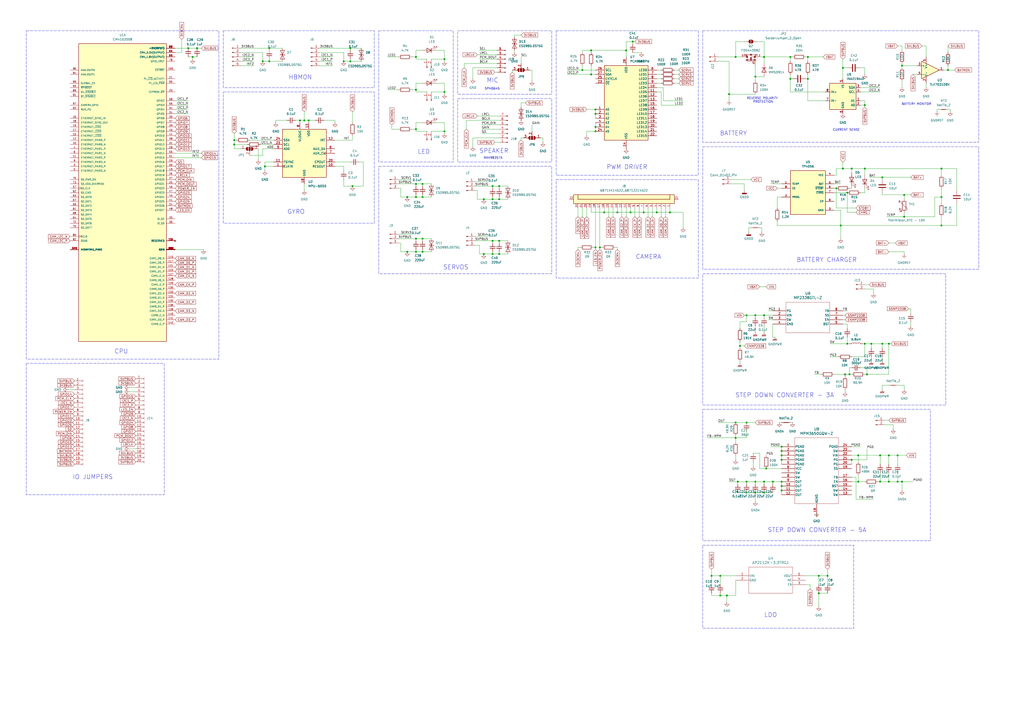
<source format=kicad_sch>
(kicad_sch (version 20231120) (generator "eeschema") (generator_version "8.0")
  (paper "A2")
  (junction (at 433.07 285.75))
  (junction (at 426.72 254))
  (junction (at 427.99 279.4))
  (junction (at 199.39 35.56))
  (junction (at 511.81 102.87))
  (junction (at 515.62 199.39))
  (junction (at 515.62 279.4))
  (junction (at 510.54 279.4))
  (junction (at 485.14 109.22))
  (junction (at 358.14 123.19))
  (junction (at 448.31 279.4))
  (junction (at 337.82 40.64))
  (junction (at 474.98 344.17))
  (junction (at 285.75 147.32))
  (junction (at 492.76 217.17))
  (junction (at 480.06 334.01))
  (junction (at 515.62 264.16))
  (junction (at 388.62 123.19))
  (junction (at 453.39 266.7))
  (junction (at 179.07 69.85))
  (junction (at 241.3 114.3))
  (junction (at 444.5 271.78))
  (junction (at 511.81 199.39))
  (junction (at 510.54 264.16))
  (junction (at 505.46 199.39))
  (junction (at 345.44 63.5))
  (junction (at 433.07 279.4))
  (junction (at 497.84 264.16))
  (junction (at 443.23 33.02))
  (junction (at 520.7 279.4))
  (junction (at 494.03 266.7))
  (junction (at 453.39 284.48))
  (junction (at 501.65 97.79))
  (junction (at 443.23 182.88))
  (junction (at 156.21 35.56))
  (junction (at 488.95 97.79))
  (junction (at 363.22 29.21))
  (junction (at 280.67 115.57))
  (junction (at 111.76 33.02))
  (junction (at 433.07 182.88))
  (junction (at 412.75 334.01))
  (junction (at 173.99 69.85))
  (junction (at 438.15 279.4))
  (junction (at 345.44 73.66))
  (junction (at 289.56 115.57))
  (junction (at 422.91 54.61))
  (junction (at 502.92 217.17))
  (junction (at 241.3 52.07))
  (junction (at 474.98 334.01))
  (junction (at 342.9 29.21))
  (junction (at 153.67 96.52))
  (junction (at 546.1 114.3))
  (junction (at 367.03 24.13))
  (junction (at 523.24 279.4))
  (junction (at 546.1 130.81))
  (junction (at 458.47 33.02))
  (junction (at 491.49 199.39))
  (junction (at 501.65 60.96))
  (junction (at 257.81 76.2))
  (junction (at 241.3 33.02))
  (junction (at 245.11 138.43))
  (junction (at 421.64 345.44))
  (junction (at 458.47 45.72))
  (junction (at 468.63 45.72))
  (junction (at 453.39 279.4))
  (junction (at 373.38 123.19))
  (junction (at 468.63 33.02))
  (junction (at 524.51 113.03))
  (junction (at 438.15 285.75))
  (junction (at 490.22 217.17))
  (junction (at 417.83 334.01))
  (junction (at 204.47 107.95))
  (junction (at 417.83 345.44))
  (junction (at 381 123.19))
  (junction (at 438.15 182.88))
  (junction (at 176.53 69.85))
  (junction (at 135.89 83.82))
  (junction (at 443.23 285.75))
  (junction (at 135.89 81.28))
  (junction (at 345.44 76.2))
  (junction (at 365.76 123.19))
  (junction (at 491.49 111.76))
  (junction (at 524.51 125.73))
  (junction (at 203.2 27.94))
  (junction (at 433.07 245.11))
  (junction (at 453.39 264.16))
  (junction (at 497.84 279.4))
  (junction (at 241.3 146.05))
  (junction (at 241.3 106.68))
  (junction (at 285.75 107.95))
  (junction (at 487.68 130.81))
  (junction (at 236.22 114.3))
  (junction (at 280.67 147.32))
  (junction (at 241.3 74.93))
  (junction (at 350.52 123.19))
  (junction (at 347.98 143.51))
  (junction (at 241.3 138.43))
  (junction (at 520.7 264.16))
  (junction (at 109.22 27.94))
  (junction (at 453.39 259.08))
  (junction (at 345.44 143.51))
  (junction (at 426.72 245.11))
  (junction (at 203.2 35.56))
  (junction (at 289.56 107.95))
  (junction (at 345.44 66.04))
  (junction (at 429.26 200.66))
  (junction (at 289.56 147.32))
  (junction (at 494.03 97.79))
  (junction (at 523.24 38.1))
  (junction (at 152.4 35.56))
  (junction (at 114.3 27.94))
  (junction (at 236.22 146.05))
  (junction (at 426.72 33.02))
  (junction (at 342.9 43.18))
  (junction (at 156.21 27.94))
  (junction (at 245.11 106.68))
  (junction (at 443.23 279.4))
  (junction (at 546.1 97.79))
  (junction (at 245.11 146.05))
  (junction (at 549.91 40.64))
  (junction (at 438.15 44.45))
  (junction (at 453.39 281.94))
  (junction (at 285.75 115.57))
  (junction (at 501.65 199.39))
  (junction (at 453.39 261.62))
  (junction (at 245.11 114.3))
  (junction (at 257.81 53.34))
  (junction (at 257.81 34.29))
  (junction (at 285.75 139.7))
  (junction (at 289.56 139.7))
  (junction (at 488.95 39.37))
  (wire (pts (xy 355.6 120.65) (xy 355.6 125.73)))
  (wire (pts (xy 524.51 125.73) (xy 542.29 125.73)))
  (wire (pts (xy 342.9 43.18) (xy 345.44 43.18)))
  (wire (pts (xy 511.81 199.39) (xy 511.81 201.93)))
  (wire (pts (xy 474.98 351.79) (xy 474.98 344.17)))
  (wire (pts (xy 388.62 123.19) (xy 396.24 123.19)))
  (wire (pts (xy 501.65 207.01) (xy 501.65 199.39)))
  (wire (pts (xy 231.14 138.43) (xy 241.3 138.43)))
  (wire (pts (xy 494.03 107.95) (xy 494.03 109.22)))
  (wire (pts (xy 245.11 106.68) (xy 250.19 106.68)))
  (wire (pts (xy 156.21 34.29) (xy 156.21 35.56)))
  (wire (pts (xy 494.03 264.16) (xy 497.84 264.16)))
  (wire (pts (xy 153.67 93.98) (xy 158.75 93.98)))
  (wire (pts (xy 114.3 27.94) (xy 116.84 27.94)))
  (wire (pts (xy 241.3 76.2) (xy 247.65 76.2)))
  (wire (pts (xy 491.49 123.19) (xy 491.49 111.76)))
  (wire (pts (xy 453.39 259.08) (xy 453.39 261.62)))
  (wire (pts (xy 549.91 63.5) (xy 551.18 63.5)))
  (wire (pts (xy 440.69 271.78) (xy 444.5 271.78)))
  (wire (pts (xy 101.6 144.78) (xy 118.11 144.78)))
  (wire (pts (xy 367.03 24.13) (xy 363.22 24.13)))
  (wire (pts (xy 345.44 143.51) (xy 345.44 144.78)))
  (wire (pts (xy 298.45 20.32) (xy 298.45 21.59)))
  (wire (pts (xy 485.14 97.79) (xy 488.95 97.79)))
  (wire (pts (xy 441.96 132.08) (xy 441.96 134.62)))
  (wire (pts (xy 453.39 266.7) (xy 453.39 269.24)))
  (wire (pts (xy 528.32 186.69) (xy 528.32 189.23)))
  (wire (pts (xy 546.1 109.22) (xy 546.1 114.3)))
  (wire (pts (xy 363.22 29.21) (xy 342.9 29.21)))
  (wire (pts (xy 101.6 63.5) (xy 109.22 63.5)))
  (wire (pts (xy 210.82 93.98) (xy 210.82 107.95)))
  (wire (pts (xy 450.85 130.81) (xy 487.68 130.81)))
  (wire (pts (xy 236.22 114.3) (xy 241.3 114.3)))
  (wire (pts (xy 314.96 82.55) (xy 314.96 80.01)))
  (wire (pts (xy 232.41 109.22) (xy 231.14 109.22)))
  (wire (pts (xy 232.41 114.3) (xy 232.41 109.22)))
  (wire (pts (xy 179.07 69.85) (xy 179.07 71.12)))
  (wire (pts (xy 527.05 179.07) (xy 528.32 179.07)))
  (wire (pts (xy 546.1 114.3) (xy 546.1 118.11)))
  (wire (pts (xy 443.23 279.4) (xy 443.23 280.67)))
  (wire (pts (xy 426.72 264.16) (xy 426.72 266.7)))
  (wire (pts (xy 275.59 139.7) (xy 285.75 139.7)))
  (wire (pts (xy 257.81 76.2) (xy 257.81 77.47)))
  (wire (pts (xy 269.24 36.83) (xy 288.29 36.83)))
  (wire (pts (xy 502.92 217.17) (xy 515.62 217.17)))
  (wire (pts (xy 416.56 33.02) (xy 426.72 33.02)))
  (wire (pts (xy 135.89 81.28) (xy 135.89 83.82)))
  (wire (pts (xy 358.14 123.19) (xy 365.76 123.19)))
  (wire (pts (xy 515.62 199.39) (xy 516.89 199.39)))
  (wire (pts (xy 257.81 34.29) (xy 257.81 35.56)))
  (wire (pts (xy 501.65 97.79) (xy 546.1 97.79)))
  (wire (pts (xy 257.81 71.12) (xy 257.81 76.2)))
  (wire (pts (xy 101.6 27.94) (xy 109.22 27.94)))
  (wire (pts (xy 511.81 199.39) (xy 515.62 199.39)))
  (wire (pts (xy 488.95 97.79) (xy 494.03 97.79)))
  (wire (pts (xy 381 45.72) (xy 383.54 45.72)))
  (wire (pts (xy 345.44 71.12) (xy 345.44 73.66)))
  (wire (pts (xy 289.56 109.22) (xy 289.56 107.95)))
  (wire (pts (xy 443.23 279.4) (xy 438.15 279.4)))
  (wire (pts (xy 447.04 106.68) (xy 453.39 106.68)))
  (wire (pts (xy 365.76 120.65) (xy 365.76 123.19)))
  (wire (pts (xy 328.93 43.18) (xy 342.9 43.18)))
  (wire (pts (xy 491.49 39.37) (xy 488.95 39.37)))
  (wire (pts (xy 381 120.65) (xy 381 123.19)))
  (wire (pts (xy 412.75 330.2) (xy 412.75 334.01)))
  (wire (pts (xy 433.07 245.11) (xy 438.15 245.11)))
  (wire (pts (xy 410.21 254) (xy 426.72 254)))
  (wire (pts (xy 135.89 81.28) (xy 137.16 81.28)))
  (wire (pts (xy 497.84 275.59) (xy 497.84 279.4)))
  (wire (pts (xy 524.51 223.52) (xy 524.51 226.06)))
  (wire (pts (xy 358.14 120.65) (xy 358.14 123.19)))
  (wire (pts (xy 505.46 199.39) (xy 511.81 199.39)))
  (wire (pts (xy 252.73 29.21) (xy 257.81 29.21)))
  (wire (pts (xy 241.3 74.93) (xy 241.3 71.12)))
  (wire (pts (xy 515.62 217.17) (xy 515.62 199.39)))
  (wire (pts (xy 472.44 217.17) (xy 476.25 217.17)))
  (wire (pts (xy 501.65 43.18) (xy 501.65 39.37)))
  (wire (pts (xy 445.77 185.42) (xy 448.31 185.42)))
  (wire (pts (xy 367.03 30.48) (xy 372.11 30.48)))
  (wire (pts (xy 342.9 120.65) (xy 342.9 123.19)))
  (wire (pts (xy 241.3 71.12) (xy 245.11 71.12)))
  (wire (pts (xy 304.8 59.69) (xy 302.26 59.69)))
  (wire (pts (xy 289.56 114.3) (xy 289.56 115.57)))
  (wire (pts (xy 468.63 33.02) (xy 477.52 33.02)))
  (wire (pts (xy 285.75 139.7) (xy 285.75 140.97)))
  (wire (pts (xy 431.8 182.88) (xy 433.07 182.88)))
  (wire (pts (xy 491.49 199.39) (xy 481.33 199.39)))
  (wire (pts (xy 152.4 30.48) (xy 139.7 30.48)))
  (wire (pts (xy 176.53 69.85) (xy 179.07 69.85)))
  (wire (pts (xy 378.46 120.65) (xy 378.46 125.73)))
  (wire (pts (xy 363.22 120.65) (xy 363.22 125.73)))
  (wire (pts (xy 204.47 64.77) (xy 204.47 71.12)))
  (wire (pts (xy 469.9 341.63) (xy 469.9 339.09)))
  (wire (pts (xy 501.65 97.79) (xy 494.03 97.79)))
  (wire (pts (xy 350.52 120.65) (xy 350.52 123.19)))
  (wire (pts (xy 381 40.64) (xy 383.54 40.64)))
  (wire (pts (xy 381 123.19) (xy 388.62 123.19)))
  (wire (pts (xy 347.98 120.65) (xy 347.98 143.51)))
  (wire (pts (xy 101.6 58.42) (xy 109.22 58.42)))
  (wire (pts (xy 426.72 345.44) (xy 421.64 345.44)))
  (wire (pts (xy 436.88 267.97) (xy 436.88 270.51)))
  (wire (pts (xy 135.89 77.47) (xy 135.89 81.28)))
  (wire (pts (xy 497.84 264.16) (xy 510.54 264.16)))
  (wire (pts (xy 156.21 35.56) (xy 163.83 35.56)))
  (wire (pts (xy 468.63 45.72) (xy 468.63 58.42)))
  (wire (pts (xy 492.76 213.36) (xy 494.03 213.36)))
  (wire (pts (xy 523.24 36.83) (xy 523.24 38.1)))
  (wire (pts (xy 485.14 97.79) (xy 485.14 101.6)))
  (wire (pts (xy 458.47 33.02) (xy 459.74 33.02)))
  (wire (pts (xy 439.42 24.13) (xy 443.23 24.13)))
  (wire (pts (xy 537.21 26.67) (xy 537.21 33.02)))
  (wire (pts (xy 308.61 40.64) (xy 307.34 40.64)))
  (wire (pts (xy 515.62 146.05) (xy 524.51 146.05)))
  (wire (pts (xy 241.3 52.07) (xy 241.3 48.26)))
  (wire (pts (xy 194.31 81.28) (xy 204.47 81.28)))
  (wire (pts (xy 383.54 53.34) (xy 383.54 60.96)))
  (wire (pts (xy 499.11 50.8) (xy 510.54 50.8)))
  (wire (pts (xy 381 50.8) (xy 384.81 50.8)))
  (wire (pts (xy 491.49 195.58) (xy 491.49 199.39)))
  (wire (pts (xy 458.47 45.72) (xy 459.74 45.72)))
  (wire (pts (xy 194.31 69.85) (xy 187.96 69.85)))
  (wire (pts (xy 523.24 46.99) (xy 523.24 50.8)))
  (wire (pts (xy 429.26 209.55) (xy 429.26 210.82)))
  (wire (pts (xy 537.21 48.26) (xy 537.21 50.8)))
  (wire (pts (xy 429.26 200.66) (xy 431.8 200.66)))
  (wire (pts (xy 483.87 111.76) (xy 491.49 111.76)))
  (wire (pts (xy 208.28 93.98) (xy 210.82 93.98)))
  (wire (pts (xy 308.61 72.39) (xy 308.61 76.2)))
  (wire (pts (xy 194.31 71.12) (xy 194.31 69.85)))
  (wire (pts (xy 480.06 334.01) (xy 480.06 339.09)))
  (wire (pts (xy 468.63 43.18) (xy 468.63 45.72)))
  (wire (pts (xy 494.03 109.22) (xy 492.76 109.22)))
  (wire (pts (xy 496.57 123.19) (xy 491.49 123.19)))
  (wire (pts (xy 417.83 334.01) (xy 417.83 339.09)))
  (wire (pts (xy 285.75 115.57) (xy 289.56 115.57)))
  (wire (pts (xy 391.16 48.26) (xy 393.7 48.26)))
  (wire (pts (xy 347.98 143.51) (xy 349.25 143.51)))
  (wire (pts (xy 523.24 38.1) (xy 523.24 39.37)))
  (wire (pts (xy 383.54 120.65) (xy 383.54 125.73)))
  (wire (pts (xy 231.14 135.89) (xy 238.76 135.89)))
  (wire (pts (xy 241.3 33.02) (xy 241.3 29.21)))
  (wire (pts (xy 74.93 224.79) (xy 78.74 224.79)))
  (wire (pts (xy 335.28 143.51) (xy 336.55 143.51)))
  (wire (pts (xy 358.14 144.78) (xy 358.14 143.51)))
  (wire (pts (xy 238.76 74.93) (xy 241.3 74.93)))
  (wire (pts (xy 445.77 180.34) (xy 448.31 180.34)))
  (wire (pts (xy 275.59 137.16) (xy 283.21 137.16)))
  (wire (pts (xy 391.16 40.64) (xy 393.7 40.64)))
  (wire (pts (xy 353.06 120.65) (xy 353.06 125.73)))
  (wire (pts (xy 502.92 260.35) (xy 502.92 266.7)))
  (wire (pts (xy 547.37 40.64) (xy 549.91 40.64)))
  (wire (pts (xy 203.2 34.29) (xy 203.2 35.56)))
  (wire (pts (xy 250.19 34.29) (xy 257.81 34.29)))
  (wire (pts (xy 440.69 166.37) (xy 444.5 166.37)))
  (wire (pts (xy 458.47 43.18) (xy 458.47 45.72)))
  (wire (pts (xy 340.36 76.2) (xy 345.44 76.2)))
  (wire (pts (xy 511.81 207.01) (xy 511.81 209.55)))
  (wire (pts (xy 241.3 138.43) (xy 245.11 138.43)))
  (wire (pts (xy 422.91 35.56) (xy 416.56 35.56)))
  (wire (pts (xy 422.91 54.61) (xy 438.15 54.61)))
  (wire (pts (xy 241.3 138.43) (xy 241.3 139.7)))
  (wire (pts (xy 245.11 144.78) (xy 245.11 146.05)))
  (wire (pts (xy 492.76 217.17) (xy 494.03 217.17)))
  (wire (pts (xy 433.07 182.88) (xy 438.15 182.88)))
  (wire (pts (xy 443.23 182.88) (xy 443.23 184.15)))
  (wire (pts (xy 342.9 29.21) (xy 337.82 29.21)))
  (wire (pts (xy 156.21 35.56) (xy 152.4 35.56)))
  (wire (pts (xy 199.39 30.48) (xy 185.42 30.48)))
  (wire (pts (xy 185.42 27.94) (xy 203.2 27.94)))
  (wire (pts (xy 443.23 24.13) (xy 443.23 33.02)))
  (wire (pts (xy 443.23 285.75) (xy 448.31 285.75)))
  (wire (pts (xy 504.19 102.87) (xy 511.81 102.87)))
  (wire (pts (xy 231.14 106.68) (xy 241.3 106.68)))
  (wire (pts (xy 435.61 132.08) (xy 434.34 132.08)))
  (wire (pts (xy 417.83 334.01) (xy 426.72 334.01)))
  (wire (pts (xy 434.34 132.08) (xy 434.34 134.62)))
  (wire (pts (xy 426.72 33.02) (xy 430.53 33.02)))
  (wire (pts (xy 429.26 198.12) (xy 429.26 200.66)))
  (wire (pts (xy 278.13 147.32) (xy 280.67 147.32)))
  (wire (pts (xy 474.98 334.01) (xy 474.98 339.09)))
  (wire (pts (xy 483.87 217.17) (xy 490.22 217.17)))
  (wire (pts (xy 438.15 279.4) (xy 433.07 279.4)))
  (wire (pts (xy 285.75 139.7) (xy 289.56 139.7)))
  (wire (pts (xy 433.07 186.69) (xy 429.26 186.69)))
  (wire (pts (xy 431.8 106.68) (xy 431.8 110.49)))
  (wire (pts (xy 438.15 44.45) (xy 443.23 44.45)))
  (wire (pts (xy 453.39 114.3) (xy 450.85 114.3)))
  (wire (pts (xy 554.99 110.49) (xy 554.99 97.79)))
  (wire (pts (xy 232.41 140.97) (xy 231.14 140.97)))
  (wire (pts (xy 279.4 74.93) (xy 289.56 74.93)))
  (wire (pts (xy 149.86 86.36) (xy 149.86 92.71)))
  (wire (pts (xy 502.92 217.17) (xy 501.65 217.17)))
  (wire (pts (xy 365.76 123.19) (xy 373.38 123.19)))
  (wire (pts (xy 358.14 143.51) (xy 356.87 143.51)))
  (wire (pts (xy 422.91 35.56) (xy 422.91 54.61)))
  (wire (pts (xy 417.83 345.44) (xy 412.75 345.44)))
  (wire (pts (xy 483.87 109.22) (xy 485.14 109.22)))
  (wire (pts (xy 501.65 62.23) (xy 501.65 60.96)))
  (wire (pts (xy 514.35 125.73) (xy 524.51 125.73)))
  (wire (pts (xy 274.32 39.37) (xy 288.29 39.37)))
  (wire (pts (xy 412.75 334.01) (xy 417.83 334.01)))
  (wire (pts (xy 438.15 189.23) (xy 438.15 193.04)))
  (wire (pts (xy 345.44 66.04) (xy 345.44 68.58)))
  (wire (pts (xy 386.08 120.65) (xy 386.08 125.73)))
  (wire (pts (xy 447.04 259.08) (xy 453.39 259.08)))
  (wire (pts (xy 342.9 38.1) (xy 342.9 43.18)))
  (wire (pts (xy 511.81 223.52) (xy 511.81 226.06)))
  (wire (pts (xy 370.84 120.65) (xy 370.84 125.73)))
  (wire (pts (xy 245.11 139.7) (xy 245.11 138.43)))
  (wire (pts (xy 278.13 147.32) (xy 278.13 142.24)))
  (wire (pts (xy 488.95 180.34) (xy 491.49 180.34)))
  (wire (pts (xy 383.54 60.96) (xy 396.24 60.96)))
  (wire (pts (xy 501.65 109.22) (xy 501.65 111.76)))
  (wire (pts (xy 528.32 179.07) (xy 528.32 181.61)))
  (wire (pts (xy 105.41 22.86) (xy 105.41 30.48)))
  (wire (pts (xy 328.93 40.64) (xy 337.82 40.64)))
  (wire (pts (xy 308.61 40.64) (xy 308.61 46.99)))
  (wire (pts (xy 520.7 264.16) (xy 525.78 264.16)))
  (wire (pts (xy 511.81 102.87) (xy 511.81 104.14)))
  (wire (pts (xy 109.22 33.02) (xy 111.76 33.02)))
  (wire (pts (xy 302.26 59.69) (xy 302.26 62.23)))
  (wire (pts (xy 490.22 226.06) (xy 490.22 227.33)))
  (wire (pts (xy 342.9 123.19) (xy 350.52 123.19)))
  (wire (pts (xy 238.76 52.07) (xy 241.3 52.07)))
  (wire (pts (xy 412.75 345.44) (xy 412.75 344.17)))
  (wire (pts (xy 523.24 38.1) (xy 532.13 38.1)))
  (wire (pts (xy 285.75 147.32) (xy 289.56 147.32)))
  (wire (pts (xy 135.89 86.36) (xy 139.7 86.36)))
  (wire (pts (xy 101.6 88.9) (xy 116.84 88.9)))
  (wire (pts (xy 487.68 130.81) (xy 487.68 121.92)))
  (wire (pts (xy 278.13 142.24) (xy 275.59 142.24)))
  (wire (pts (xy 383.54 43.18) (xy 381 43.18)))
  (wire (pts (xy 515.62 264.16) (xy 515.62 269.24)))
  (wire (pts (xy 458.47 45.72) (xy 458.47 53.34)))
  (wire (pts (xy 438.15 182.88) (xy 438.15 184.15)))
  (wire (pts (xy 280.67 115.57) (xy 285.75 115.57)))
  (wire (pts (xy 74.93 227.33) (xy 78.74 227.33)))
  (wire (pts (xy 289.56 147.32) (xy 294.64 147.32)))
  (wire (pts (xy 515.62 264.16) (xy 520.7 264.16)))
  (wire (pts (xy 289.56 107.95) (xy 294.64 107.95)))
  (wire (pts (xy 269.24 39.37) (xy 269.24 36.83)))
  (wire (pts (xy 232.41 146.05) (xy 232.41 140.97)))
  (wire (pts (xy 497.84 279.4) (xy 501.65 279.4)))
  (wire (pts (xy 171.45 69.85) (xy 173.99 69.85)))
  (wire (pts (xy 337.82 120.65) (xy 337.82 125.73)))
  (wire (pts (xy 542.29 125.73) (xy 542.29 114.3)))
  (wire (pts (xy 444.5 271.78) (xy 453.39 271.78)))
  (wire (pts (xy 492.76 217.17) (xy 492.76 213.36)))
  (wire (pts (xy 520.7 274.32) (xy 520.7 279.4)))
  (wire (pts (xy 335.28 120.65) (xy 335.28 125.73)))
  (wire (pts (xy 501.65 199.39) (xy 505.46 199.39)))
  (wire (pts (xy 344.17 143.51) (xy 345.44 143.51)))
  (wire (pts (xy 241.3 29.21) (xy 245.11 29.21)))
  (wire (pts (xy 368.3 120.65) (xy 368.3 125.73)))
  (wire (pts (xy 391.16 45.72) (xy 393.7 45.72)))
  (wire (pts (xy 433.07 250.19) (xy 433.07 254)))
  (wire (pts (xy 424.18 106.68) (xy 431.8 106.68)))
  (wire (pts (xy 135.89 86.36) (xy 135.89 83.82)))
  (wire (pts (xy 524.51 113.03) (xy 524.51 115.57)))
  (wire (pts (xy 139.7 35.56) (xy 147.32 35.56)))
  (wire (pts (xy 302.26 20.32) (xy 298.45 20.32)))
  (wire (pts (xy 524.51 146.05) (xy 524.51 147.32)))
  (wire (pts (xy 101.6 66.04) (xy 109.22 66.04)))
  (wire (pts (xy 391.16 43.18) (xy 393.7 43.18)))
  (wire (pts (xy 523.24 26.67) (xy 523.24 29.21)))
  (wire (pts (xy 496.57 276.86) (xy 494.03 276.86)))
  (wire (pts (xy 497.84 264.16) (xy 497.84 267.97)))
  (wire (pts (xy 426.72 24.13) (xy 426.72 33.02)))
  (wire (pts (xy 270.51 69.85) (xy 289.56 69.85)))
  (wire (pts (xy 176.53 69.85) (xy 173.99 69.85)))
  (wire (pts (xy 185.42 33.02) (xy 193.04 33.02)))
  (wire (pts (xy 74.93 260.35) (xy 78.74 260.35)))
  (wire (pts (xy 474.98 344.17) (xy 480.06 344.17)))
  (wire (pts (xy 238.76 33.02) (xy 241.3 33.02)))
  (wire (pts (xy 224.79 33.02) (xy 231.14 33.02)))
  (wire (pts (xy 289.56 139.7) (xy 294.64 139.7)))
  (wire (pts (xy 156.21 27.94) (xy 156.21 29.21)))
  (wire (pts (xy 438.15 279.4) (xy 438.15 280.67)))
  (wire (pts (xy 436.88 262.89) (xy 440.69 262.89)))
  (wire (pts (xy 245.11 114.3) (xy 250.19 114.3)))
  (wire (pts (xy 203.2 93.98) (xy 194.31 93.98)))
  (wire (pts (xy 426.72 245.11) (xy 433.07 245.11)))
  (wire (pts (xy 554.99 97.79) (xy 546.1 97.79)))
  (wire (pts (xy 285.75 107.95) (xy 285.75 109.22)))
  (wire (pts (xy 485.14 120.65) (xy 485.14 109.22)))
  (wire (pts (xy 515.62 279.4) (xy 510.54 279.4)))
  (wire (pts (xy 458.47 53.34) (xy 478.79 53.34)))
  (wire (pts (xy 360.68 120.65) (xy 360.68 125.73)))
  (wire (pts (xy 276.86 115.57) (xy 276.86 110.49)))
  (wire (pts (xy 257.81 53.34) (xy 257.81 54.61)))
  (wire (pts (xy 276.86 110.49) (xy 275.59 110.49)))
  (wire (pts (xy 151.13 83.82) (xy 158.75 83.82)))
  (wire (pts (xy 549.91 38.1) (xy 549.91 40.64)))
  (wire (pts (xy 520.7 264.16) (xy 520.7 269.24)))
  (wire (pts (xy 523.24 279.4) (xy 520.7 279.4)))
  (wire (pts (xy 459.74 245.11) (xy 458.47 245.11)))
  (wire (pts (xy 443.23 33.02) (xy 443.23 36.83)))
  (wire (pts (xy 546.1 125.73) (xy 546.1 130.81)))
  (wire (pts (xy 241.3 53.34) (xy 247.65 53.34)))
  (wire (pts (xy 245.11 146.05) (xy 250.19 146.05)))
  (wire (pts (xy 257.81 29.21) (xy 257.81 34.29)))
  (wire (pts (xy 367.03 24.13) (xy 367.03 25.4)))
  (wire (pts (xy 388.62 120.65) (xy 388.62 123.19)))
  (wire (pts (xy 511.81 113.03) (xy 524.51 113.03)))
  (wire (pts (xy 450.85 109.22) (xy 453.39 109.22)))
  (wire (pts (xy 185.42 38.1) (xy 193.04 38.1)))
  (wire (pts (xy 199.39 107.95) (xy 199.39 104.14)))
  (wire (pts (xy 245.11 107.95) (xy 245.11 106.68)))
  (wire (pts (xy 510.54 279.4) (xy 509.27 279.4)))
  (wire (pts (xy 274.32 85.09) (xy 274.32 80.01)))
  (wire (pts (xy 345.44 120.65) (xy 345.44 143.51)))
  (wire (pts (xy 440.69 132.08) (xy 441.96 132.08)))
  (wire (pts (xy 241.3 113.03) (xy 241.3 114.3)))
  (wire (pts (xy 373.38 120.65) (xy 373.38 123.19)))
  (wire (pts (xy 340.36 78.74) (xy 340.36 76.2)))
  (wire (pts (xy 433.07 279.4) (xy 427.99 279.4)))
  (wire (pts (xy 381 53.34) (xy 383.54 53.34)))
  (wire (pts (xy 289.56 146.05) (xy 289.56 147.32)))
  (wire (pts (xy 473.71 299.72) (xy 473.71 297.18)))
  (wire (pts (xy 523.24 279.4) (xy 529.59 279.4)))
  (wire (pts (xy 276.86 67.31) (xy 289.56 67.31)))
  (wire (pts (xy 278.13 34.29) (xy 288.29 34.29)))
  (wire (pts (xy 426.72 336.55) (xy 426.72 345.44)))
  (wire (pts (xy 39.37 226.06) (xy 43.18 226.06)))
  (wire (pts (xy 488.95 93.98) (xy 488.95 97.79)))
  (wire (pts (xy 416.56 245.11) (xy 426.72 245.11)))
  (wire (pts (xy 153.67 96.52) (xy 153.67 93.98)))
  (wire (pts (xy 502.92 266.7) (xy 494.03 266.7)))
  (wire (pts (xy 523.24 279.4) (xy 523.24 284.48)))
  (wire (pts (xy 368.3 24.13) (xy 367.03 24.13)))
  (wire (pts (xy 337.82 40.64) (xy 345.44 40.64)))
  (wire (pts (xy 285.75 114.3) (xy 285.75 115.57)))
  (wire (pts (xy 546.1 97.79) (xy 546.1 101.6)))
  (wire (pts (xy 483.87 106.68) (xy 487.68 106.68)))
  (wire (pts (xy 440.69 33.02) (xy 443.23 33.02)))
  (wire (pts (xy 511.81 102.87) (xy 528.32 102.87)))
  (wire (pts (xy 350.52 123.19) (xy 358.14 123.19)))
  (wire (pts (xy 279.4 77.47) (xy 289.56 77.47)))
  (wire (pts (xy 554.99 130.81) (xy 546.1 130.81)))
  (wire (pts (xy 109.22 27.94) (xy 114.3 27.94)))
  (wire (pts (xy 491.49 199.39) (xy 492.76 199.39)))
  (wire (pts (xy 458.47 33.02) (xy 458.47 35.56)))
  (wire (pts (xy 448.31 195.58) (xy 449.58 195.58)))
  (wire (pts (xy 278.13 29.21) (xy 288.29 29.21)))
  (wire (pts (xy 513.08 243.84) (xy 515.62 243.84)))
  (wire (pts (xy 488.95 34.29) (xy 488.95 39.37)))
  (wire (pts (xy 488.95 185.42) (xy 490.22 185.42)))
  (wire (pts (xy 245.11 113.03) (xy 245.11 114.3)))
  (wire (pts (xy 135.89 83.82) (xy 143.51 83.82)))
  (wire (pts (xy 534.67 26.67) (xy 537.21 26.67)))
  (wire (pts (xy 287.02 41.91) (xy 288.29 41.91)))
  (wire (pts (xy 203.2 35.56) (xy 199.39 35.56)))
  (wire (pts (xy 499.11 53.34) (xy 510.54 53.34)))
  (wire (pts (xy 276.86 31.75) (xy 288.29 31.75)))
  (wire (pts (xy 245.11 138.43) (xy 250.19 138.43)))
  (wire (pts (xy 487.68 121.92) (xy 483.87 121.92)))
  (wire (pts (xy 337.82 38.1) (xy 337.82 40.64)))
  (wire (pts (xy 546.1 130.81) (xy 487.68 130.81)))
  (wire (pts (xy 481.33 207.01) (xy 486.41 207.01)))
  (wire (pts (xy 448.31 279.4) (xy 443.23 279.4)))
  (wire (pts (xy 438.15 182.88) (xy 443.23 182.88)))
  (wire (pts (xy 241.3 106.68) (xy 241.3 107.95)))
  (wire (pts (xy 236.22 146.05) (xy 241.3 146.05)))
  (wire (pts (xy 491.49 187.96) (xy 488.95 187.96)))
  (wire (pts (xy 511.81 111.76) (xy 511.81 113.03)))
  (wire (pts (xy 335.28 143.51) (xy 335.28 144.78)))
  (wire (pts (xy 204.47 107.95) (xy 199.39 107.95)))
  (wire (pts (xy 270.51 74.93) (xy 270.51 69.85)))
  (wire (pts (xy 250.19 53.34) (xy 257.81 53.34)))
  (wire (pts (xy 549.91 26.67) (xy 549.91 30.48)))
  (wire (pts (xy 314.96 80.01) (xy 313.69 80.01)))
  (wire (pts (xy 241.3 106.68) (xy 245.11 106.68)))
  (wire (pts (xy 433.07 254) (xy 426.72 254)))
  (wire (pts (xy 501.65 101.6) (xy 501.65 97.79)))
  (wire (pts (xy 144.78 81.28) (xy 158.75 81.28)))
  (wire (pts (xy 433.07 279.4) (xy 433.07 280.67)))
  (wire (pts (xy 524.51 123.19) (xy 524.51 125.73)))
  (wire (pts (xy 421.64 345.44) (xy 421.64 349.25)))
  (wire (pts (xy 345.44 63.5) (xy 345.44 66.04)))
  (wire (pts (xy 241.3 74.93) (xy 241.3 76.2)))
  (wire (pts (xy 363.22 29.21) (xy 363.22 33.02)))
  (wire (pts (xy 241.3 114.3) (xy 245.11 114.3)))
  (wire (pts (xy 468.63 58.42) (xy 478.79 58.42)))
  (wire (pts (xy 139.7 33.02) (xy 147.32 33.02)))
  (wire (pts (xy 285.75 107.95) (xy 289.56 107.95)))
  (wire (pts (xy 501.65 58.42) (xy 499.11 58.42)))
  (wire (pts (xy 426.72 252.73) (xy 426.72 254)))
  (wire (pts (xy 274.32 80.01) (xy 289.56 80.01)))
  (wire (pts (xy 510.54 264.16) (xy 515.62 264.16)))
  (wire (pts (xy 515.62 223.52) (xy 511.81 223.52)))
  (wire (pts (xy 373.38 123.19) (xy 381 123.19)))
  (wire (pts (xy 412.75 334.01) (xy 412.75 339.09)))
  (wire (pts (xy 303.53 80.01) (xy 302.26 80.01)))
  (wire (pts (xy 502.92 213.36) (xy 502.92 217.17)))
  (wire (pts (xy 506.73 167.64) (xy 501.65 167.64)))
  (wire (pts (xy 494.03 97.79) (xy 494.03 100.33)))
  (wire (pts (xy 111.76 33.02) (xy 114.3 33.02)))
  (wire (pts (xy 438.15 38.1) (xy 438.15 44.45)))
  (wire (pts (xy 203.2 27.94) (xy 203.2 29.21)))
  (wire (pts (xy 443.23 33.02) (xy 458.47 33.02)))
  (wire (pts (xy 506.73 289.56) (xy 496.57 289.56)))
  (wire (pts (xy 105.41 30.48) (xy 101.6 30.48)))
  (wire (pts (xy 232.41 114.3) (xy 236.22 114.3)))
  (wire (pts (xy 241.3 48.26) (xy 245.11 48.26)))
  (wire (pts (xy 499.11 213.36) (xy 502.92 213.36)))
  (wire (pts (xy 152.4 86.36) (xy 152.4 90.17)))
  (wire (pts (xy 501.65 39.37) (xy 499.11 39.37)))
  (wire (pts (xy 515.62 274.32) (xy 515.62 279.4)))
  (wire (pts (xy 467.36 33.02) (xy 468.63 33.02)))
  (wire (pts (xy 433.07 285.75) (xy 438.15 285.75)))
  (wire (pts (xy 499.11 60.96) (xy 501.65 60.96)))
  (wire (pts (xy 450.85 114.3) (xy 450.85 120.65)))
  (wire (pts (xy 417.83 344.17) (xy 417.83 345.44)))
  (wire (pts (xy 204.47 81.28) (xy 204.47 78.74)))
  (wire (pts (xy 166.37 69.85) (xy 160.02 69.85)))
  (wire (pts (xy 505.46 199.39) (xy 505.46 201.93)))
  (wire (pts (xy 440.69 262.89) (xy 440.69 271.78)))
  (wire (pts (xy 544.83 63.5) (xy 543.56 63.5)))
  (wire (pts (xy 285.75 146.05) (xy 285.75 147.32)))
  (wire (pts (xy 347.98 143.51) (xy 347.98 144.78)))
  (wire (pts (xy 289.56 140.97) (xy 289.56 139.7)))
  (wire (pts (xy 453.39 279.4) (xy 448.31 279.4)))
  (wire (pts (xy 542.29 114.3) (xy 546.1 114.3)))
  (wire (pts (xy 496.57 289.56) (xy 496.57 276.86)))
  (wire (pts (xy 485.14 101.6) (xy 483.87 101.6)))
  (wire (pts (xy 549.91 40.64) (xy 553.72 40.64)))
  (wire (pts (xy 144.78 90.17) (xy 152.4 90.17)))
  (wire (pts (xy 241.3 33.02) (xy 241.3 34.29)))
  (wire (pts (xy 524.51 113.03) (xy 528.32 113.03)))
  (wire (pts (xy 340.36 120.65) (xy 340.36 125.73)))
  (wire (pts (xy 468.63 45.72) (xy 467.36 45.72)))
  (wire (pts (xy 241.3 34.29) (xy 247.65 34.29)))
  (wire (pts (xy 518.16 248.92) (xy 518.16 246.38)))
  (wire (pts (xy 506.73 170.18) (xy 506.73 167.64)))
  (wire (pts (xy 156.21 27.94) (xy 163.83 27.94)))
  (wire (pts (xy 453.39 264.16) (xy 453.39 266.7)))
  (wire (pts (xy 289.56 115.57) (xy 294.64 115.57)))
  (wire (pts (xy 384.81 58.42) (xy 396.24 58.42)))
  (wire (pts (xy 450.85 128.27) (xy 450.85 130.81)))
  (wire (pts (xy 375.92 120.65) (xy 375.92 125.73)))
  (wire (pts (xy 139.7 27.94) (xy 156.21 27.94)))
  (wire (pts (xy 199.39 99.06) (xy 199.39 96.52)))
  (wire (pts (xy 152.4 35.56) (xy 152.4 30.48)))
  (wire (pts (xy 160.02 69.85) (xy 160.02 71.12)))
  (wire (pts (xy 342.9 29.21) (xy 342.9 30.48)))
  (wire (pts (xy 438.15 285.75) (xy 438.15 290.83)))
  (wire (pts (xy 363.22 24.13) (xy 363.22 29.21)))
  (wire (pts (xy 111.76 33.02) (xy 111.76 34.29)))
  (wire (pts (xy 279.4 72.39) (xy 289.56 72.39)))
  (wire (pts (xy 275.59 105.41) (xy 283.21 105.41)))
  (wire (pts (xy 520.7 279.4) (xy 515.62 279.4)))
  (wire (pts (xy 280.67 147.32) (xy 285.75 147.32)))
  (wire (pts (xy 210.82 107.95) (xy 204.47 107.95)))
  (wire (pts (xy 203.2 27.94) (xy 209.55 27.94)))
  (wire (pts (xy 467.36 334.01) (xy 474.98 334.01)))
  (wire (pts (xy 453.39 284.48) (xy 453.39 287.02)))
  (wire (pts (xy 241.3 146.05) (xy 245.11 146.05)))
  (wire (pts (xy 494.03 259.08) (xy 499.11 259.08)))
  (wire (pts (xy 453.39 261.62) (xy 453.39 264.16)))
  (wire (pts (xy 543.56 63.5) (xy 543.56 64.77)))
  (wire (pts (xy 424.18 104.14) (xy 435.61 104.14)))
  (wire (pts (xy 227.33 72.39) (xy 227.33 74.93)))
  (wire (pts (xy 501.65 165.1) (xy 504.19 165.1)))
  (wire (pts (xy 452.12 245.11) (xy 453.39 245.11)))
  (wire (pts (xy 203.2 35.56) (xy 209.55 35.56)))
  (wire (pts (xy 396.24 123.19) (xy 396.24 132.08)))
  (wire (pts (xy 275.59 107.95) (xy 285.75 107.95)))
  (wire (pts (xy 501.65 60.96) (xy 501.65 58.42)))
  (wire (pts (xy 490.22 217.17) (xy 490.22 218.44)))
  (wire (pts (xy 510.54 274.32) (xy 510.54 279.4)))
  (wire (pts (xy 494.03 207.01) (xy 501.65 207.01)))
  (wire (pts (xy 496.57 120.65) (xy 485.14 120.65)))
  (wire (pts (xy 241.3 52.07) (xy 241.3 53.34)))
  (wire (pts (xy 491.49 190.5) (xy 491.49 187.96)))
  (wire (pts (xy 487.68 138.43) (xy 487.68 130.81)))
  (wire (pts (xy 345.44 73.66) (xy 345.44 76.2)))
  (wire (pts (xy 520.7 223.52) (xy 524.51 223.52)))
  (wire (pts (xy 153.67 96.52) (xy 158.75 96.52)))
  (wire (pts (xy 176.53 106.68) (xy 176.53 110.49)))
  (wire (pts (xy 297.18 40.64) (xy 297.18 41.91)))
  (wire (pts (xy 276.86 115.57) (xy 280.67 115.57)))
  (wire (pts (xy 494.03 279.4) (xy 497.84 279.4)))
  (wire (pts (xy 185.42 35.56) (xy 193.04 35.56)))
  (wire (pts (xy 152.4 86.36) (xy 158.75 86.36)))
  (wire (pts (xy 199.39 35.56) (xy 199.39 30.48)))
  (wire (pts (xy 490.22 217.17) (xy 492.76 217.17)))
  (wire (pts (xy 505.46 207.01) (xy 505.46 209.55)))
  (wire (pts (xy 298.45 29.21) (xy 298.45 30.48)))
  (wire (pts (xy 453.39 281.94) (xy 453.39 284.48)))
  (wire (pts (xy 241.3 144.78) (xy 241.3 146.05)))
  (wire (pts (xy 448.31 187.96) (xy 448.31 195.58)))
  (wire (pts (xy 302.26 80.01) (xy 302.26 81.28)))
  (wire (pts (xy 179.07 69.85) (xy 182.88 69.85)))
  (wire (pts (xy 488.95 39.37) (xy 488.95 45.72)))
  (wire (pts (xy 422.91 58.42) (xy 422.91 54.61)))
  (wire (pts (xy 252.73 71.12) (xy 257.81 71.12)))
  (wire (pts (xy 252.73 48.26) (xy 257.81 48.26)))
  (wire (pts (xy 426.72 254) (xy 426.72 256.54)))
  (wire (pts (xy 101.6 91.44) (xy 116.84 91.44)))
  (wire (pts (xy 427.99 279.4) (xy 427.99 280.67)))
  (wire (pts (xy 554.99 118.11) (xy 554.99 130.81)))
  (wire (pts (xy 480.06 330.2) (xy 480.06 334.01)))
  (wire (pts (xy 468.63 33.02) (xy 468.63 35.56)))
  (wire (pts (xy 199.39 96.52) (xy 194.31 96.52)))
  (wire (pts (xy 232.41 146.05) (xy 236.22 146.05)))
  (wire (pts (xy 422.91 279.4) (xy 427.99 279.4)))
  (wire (pts (xy 421.64 345.44) (xy 417.83 345.44)))
  (wire (pts (xy 488.95 182.88) (xy 490.22 182.88)))
  (wire (pts (xy 101.6 60.96) (xy 109.22 60.96)))
  (wire (pts (xy 429.26 201.93) (xy 429.26 200.66)))
  (wire (pts (xy 448.31 279.4) (xy 448.31 280.67)))
  (wire (pts (xy 551.18 63.5) (xy 551.18 64.77)))
  (wire (pts (xy 384.81 50.8) (xy 384.81 58.42)))
  (wire (pts (xy 469.9 339.09) (xy 467.36 339.09)))
  (wire (pts (xy 153.67 99.06) (xy 153.67 96.52)))
  (wire (pts (xy 340.36 63.5) (xy 345.44 63.5)))
  (wire (pts (xy 231.14 104.14) (xy 238.76 104.14)))
  (wire (pts (xy 474.98 334.01) (xy 480.06 334.01)))
  (wire (pts (xy 443.23 189.23) (xy 443.23 193.04)))
  (wire (pts (xy 287.02 82.55) (xy 289.56 82.55)))
  (wire (pts (xy 501.65 199.39) (xy 500.38 199.39)))
  (wire (pts (xy 453.39 279.4) (xy 453.39 281.94)))
  (wire (pts (xy 438.15 44.45) (xy 438.15 46.99)))
  (wire (pts (xy 250.19 76.2) (xy 257.81 76.2)))
  (wire (pts (xy 257.81 48.26) (xy 257.81 53.34)))
  (wire (pts (xy 501.65 111.76) (xy 499.11 111.76)))
  (wire (pts (xy 274.32 45.72) (xy 274.32 39.37)))
  (wire (pts (xy 227.33 74.93) (xy 231.14 74.93)))
  (wire (pts (xy 438.15 285.75) (xy 443.23 285.75)))
  (wire (pts (xy 139.7 38.1) (xy 147.32 38.1)))
  (wire (pts (xy 515.62 140.97) (xy 519.43 140.97)))
  (wire (pts (xy 429.26 186.69) (xy 429.26 190.5)))
  (wire (pts (xy 431.8 24.13) (xy 426.72 24.13)))
  (wire (pts (xy 433.07 182.88) (xy 433.07 186.69)))
  (wire (pts (xy 427.99 285.75) (xy 433.07 285.75)))
  (wire (pts (xy 529.59 43.18) (xy 532.13 43.18)))
  (wire (pts (xy 443.23 182.88) (xy 448.31 182.88)))
  (wire (pts (xy 224.79 52.07) (xy 231.14 52.07)))
  (wire (pts (xy 337.82 29.21) (xy 337.82 30.48)))
  (wire (pts (xy 381 48.26) (xy 383.54 48.26)))
  (wire (pts (xy 173.99 69.85) (xy 173.99 71.12)))
  (wire (pts (xy 494.03 266.7) (xy 494.03 269.24)))
  (wire (pts (xy 302.26 33.02) (xy 302.26 36.83)))
  (wire (pts (xy 176.53 64.77) (xy 176.53 69.85)))
  (wire (pts (xy 518.16 246.38) (xy 513.08 246.38)))
  (wire (pts (xy 520.7 26.67) (xy 523.24 26.67)))
  (wire (pts (xy 510.54 264.16) (xy 510.54 269.24)))
  (rectangle (start 407.67 237.49) (end 539.75 313.69) (stroke (width 0) (type dash)))
  (rectangle (start 219.71 96.52) (end 320.04 158.75) (stroke (width 0) (type dash)))
  (rectangle (start 265.43 57.15) (end 320.04 93.98) (stroke (width 0) (type dash)))
  (rectangle (start 129.54 53.34) (end 217.17 129.54) (stroke (width 0) (type dash)))
  (rectangle (start 15.24 17.78) (end 127 208.28) (stroke (width 0) (type dash)))
  (rectangle (start 407.67 85.09) (end 567.69 156.21) (stroke (width 0) (type dash)))
  (rectangle (start 265.43 17.78) (end 320.04 54.61) (stroke (width 0) (type dash)))
  (rectangle (start 407.67 17.78) (end 567.69 82.55) (stroke (width 0) (type dash)))
  (rectangle (start 407.67 158.75) (end 548.64 234.95) (stroke (width 0) (type dash)))
  (rectangle (start 219.71 17.78) (end 262.89 93.98) (stroke (width 0) (type dash)))
  (rectangle (start 322.58 17.78) (end 405.13 101.6) (stroke (width 0) (type dash)))
  (rectangle (start 129.54 17.78) (end 217.17 50.8) (stroke (width 0) (type dash)))
  (rectangle (start 322.58 104.14) (end 405.13 161.29) (stroke (width 0) (type dash)))
  (rectangle (start 15.24 210.82) (end 95.25 287.02) (stroke (width 0) (type dash)))
  (rectangle (start 407.67 316.23) (end 495.3 364.49) (stroke (width 0) (type dash)))
  (text "HBMON" (at 174.244 44.958 0) (effects (font (size 2.54 2.54))))
  (text "REVERSE POLARITY \nPROTECTION" (at 442.722 58.166 0) (effects (font (size 1.27 1.27))))
  (text "MAX98357A" (at 286.004 91.694 0) (effects (font (size 1.27 1.27))))
  (text "BATTERY MONITOR" (at 531.622 60.452 0) (effects (font (size 1.27 1.27))))
  (text "CURRENT SENSE" (at 490.982 75.438 0) (effects (font (size 1.27 1.27))))
  (text "BATTERY" (at 425.45 77.47 0) (effects (font (size 2.54 2.54))))
  (text "GYRO" (at 171.704 122.936 0) (effects (font (size 2.54 2.54))))
  (text "STEP DOWN CONVERTER - 5A" (at 473.964 307.594 0) (effects (font (size 2.54 2.54))))
  (text "CAMERA" (at 376.174 149.098 0) (effects (font (size 2.54 2.54))))
  (text "BATTERY CHARGER" (at 479.552 150.876 0) (effects (font (size 2.54 2.54))))
  (text "PWM DRIVER" (at 363.728 97.028 0) (effects (font (size 2.54 2.54))))
  (text "MIC" (at 285.75 46.736 0) (effects (font (size 2.54 2.54))))
  (text "STEP DOWN CONVERTER - 3A\n" (at 455.168 229.362 0) (effects (font (size 2.54 2.54))))
  (text "SPEAKER" (at 286.512 87.63 0) (effects (font (size 2.54 2.54))))
  (text "IO JUMPERS" (at 53.848 276.86 0) (effects (font (size 2.54 2.54))))
  (text "CPU" (at 70.358 203.962 0) (effects (font (size 2.54 2.54))))
  (text "SPH0645" (at 285.496 51.562 0) (effects (font (size 1.27 1.27))))
  (text "LDO" (at 447.04 356.87 0) (effects (font (size 2.54 2.54))))
  (text "SERVOS" (at 264.414 155.194 0) (effects (font (size 2.54 2.54))))
  (text "LED" (at 245.872 88.138 0) (effects (font (size 2.54 2.54))))
  (label "SW" (at 481.33 199.39 0))
  (label "GAIN" (at 308.61 72.39 0))
  (label "INT2" (at 147.32 38.1 180))
  (label "SERV3" (at 238.76 135.89 180))
  (label "I2C1_P" (at 109.22 58.42 180))
  (label "FB" (at 491.49 180.34 180))
  (label "SERV2" (at 283.21 105.41 180))
  (label "BAT" (at 487.68 106.68 180))
  (label "OUT" (at 416.56 245.11 0))
  (label "I2C2_N" (at 109.22 66.04 180))
  (label "TEMP" (at 447.04 106.68 0))
  (label "INT2" (at 115.57 88.9 180))
  (label "I2C2_P" (at 510.54 50.8 180))
  (label "LED1" (at 396.24 58.42 180))
  (label "LRCL" (at 278.13 31.75 0))
  (label "SERV1" (at 238.76 104.14 180))
  (label "PG3" (at 481.33 207.01 0))
  (label "TEMP" (at 514.35 125.73 0))
  (label "I2C1_N" (at 109.22 60.96 180))
  (label "BCLK" (at 284.48 69.85 180))
  (label "5VPBUS" (at 283.21 107.95 180))
  (label "I2C2_N" (at 510.54 53.34 180))
  (label "FB-MPM" (at 410.21 254 0))
  (label "PG5" (at 444.5 264.16 0))
  (label "INT" (at 199.39 81.28 0))
  (label "5VPBUS" (at 238.76 106.68 180))
  (label "LED2" (at 224.79 52.07 0))
  (label "FB" (at 472.44 217.17 0))
  (label "INT1" (at 115.57 91.44 180))
  (label "I2C1_P" (at 151.13 81.28 0))
  (label "BAT" (at 504.19 102.87 0))
  (label "LRCL" (at 279.4 67.31 0))
  (label "SD" (at 279.4 77.47 0))
  (label "PGND" (at 529.59 279.4 0))
  (label "INT1" (at 193.04 38.1 180))
  (label "I2C2_P" (at 109.22 63.5 180))
  (label "3V3BUS" (at 193.04 27.94 180))
  (label "GAIN" (at 279.4 74.93 0))
  (label "FB-MPM" (at 506.73 289.56 180))
  (label "I2C1_P" (at 193.04 35.56 180))
  (label "PG3" (at 445.77 180.34 0))
  (label "I2C2_N" (at 147.32 33.02 180))
  (label "I2C2_N" (at 328.93 40.64 0))
  (label "SW" (at 445.77 185.42 0))
  (label "SERV4" (at 283.21 137.16 180))
  (label "PGND" (at 499.11 259.08 180))
  (label "SEL" (at 302.26 33.02 0))
  (label "BCLK" (at 278.13 36.83 0))
  (label "3V3BUS" (at 147.32 27.94 180))
  (label "I2C1_N" (at 193.04 33.02 180))
  (label "LED2" (at 396.24 60.96 180))
  (label "PGND" (at 447.04 259.08 0))
  (label "LED1" (at 224.79 33.02 0))
  (label "5VPBUS" (at 238.76 138.43 180))
  (label "I2C1_N" (at 151.13 83.82 0))
  (label "I2C2_P" (at 147.32 35.56 180))
  (label "I2C2_P" (at 328.93 43.18 0))
  (label "PCM_DIN" (at 279.4 72.39 0))
  (label "5VPBUS" (at 283.21 139.7 180))
  (label "PG5" (at 502.92 260.35 0))
  (label "AD0" (at 154.94 86.36 0))
  (label "PCM_DOUT" (at 278.13 34.29 0))
  (label "SEL" (at 278.13 29.21 0))
  (label "OUT" (at 422.91 279.4 0))
  (global_label "3V3BUS" (shape input) (at 78.74 222.25 180) (property "Intersheetrefs" "${INTERSHEET_REFS}" (effects (hide yes))))
  (global_label "5VPBUS" (shape input) (at 304.8 59.69 0) (property "Intersheetrefs" "${INTERSHEET_REFS}" (effects (hide yes))))
  (global_label "BATMON" (shape input) (at 227.33 72.39 90) (property "Intersheetrefs" "${INTERSHEET_REFS}" (effects (hide yes))))
  (global_label "BATMON" (shape input) (at 553.72 40.64 0) (property "Intersheetrefs" "${INTERSHEET_REFS}" (effects (hide yes))))
  (global_label "SERV1" (shape input) (at 393.7 48.26 0) (property "Intersheetrefs" "${INTERSHEET_REFS}" (effects (hide yes))))
  (global_label "5VLBUS" (shape input) (at 534.67 26.67 180) (property "Intersheetrefs" "${INTERSHEET_REFS}" (effects (hide yes))))
  (global_label "BATMON" (shape input) (at 101.6 119.38 0) (property "Intersheetrefs" "${INTERSHEET_REFS}" (effects (hide yes))))
  (global_label "CAM_D1_P" (shape input) (at 101.6 157.48 0) (property "Intersheetrefs" "${INTERSHEET_REFS}" (effects (hide yes))))
  (global_label "GPIO9" (shape input) (at 78.74 240.03 180) (property "Intersheetrefs" "${INTERSHEET_REFS}" (effects (hide yes))))
  (global_label "I2C2_N" (shape input) (at 78.74 242.57 180) (property "Intersheetrefs" "${INTERSHEET_REFS}" (effects (hide yes))))
  (global_label "VBAT" (shape input) (at 440.69 166.37 180) (property "Intersheetrefs" "${INTERSHEET_REFS}" (effects (hide yes))))
  (global_label "GPIO8" (shape input) (at 78.74 247.65 180) (property "Intersheetrefs" "${INTERSHEET_REFS}" (effects (hide yes))))
  (global_label "I2C1_P" (shape input) (at 78.74 232.41 180) (property "Intersheetrefs" "${INTERSHEET_REFS}" (effects (hide yes))))
  (global_label "3V3CM4" (shape input) (at 105.41 22.86 90) (property "Intersheetrefs" "${INTERSHEET_REFS}" (effects (hide yes))))
  (global_label "BAT-" (shape input) (at 528.32 113.03 0) (property "Intersheetrefs" "${INTERSHEET_REFS}" (effects (hide yes))))
  (global_label "5VPBUS" (shape input) (at 78.74 267.97 180) (property "Intersheetrefs" "${INTERSHEET_REFS}" (effects (hide yes))))
  (global_label "GPIO10" (shape input) (at 101.6 78.74 0) (property "Intersheetrefs" "${INTERSHEET_REFS}" (effects (hide yes))))
  (global_label "CAM_D1_N" (shape input) (at 378.46 125.73 270) (property "Intersheetrefs" "${INTERSHEET_REFS}" (effects (hide yes))))
  (global_label "CAM_D2_N" (shape input) (at 101.6 170.18 0) (property "Intersheetrefs" "${INTERSHEET_REFS}" (effects (hide yes))))
  (global_label "VIN" (shape input) (at 431.8 182.88 180) (property "Intersheetrefs" "${INTERSHEET_REFS}" (effects (hide yes))))
  (global_label "5VLBUS" (shape input) (at 516.89 199.39 0) (property "Intersheetrefs" "${INTERSHEET_REFS}" (effects (hide yes))))
  (global_label "SERV2" (shape input) (at 393.7 45.72 0) (property "Intersheetrefs" "${INTERSHEET_REFS}" (effects (hide yes))))
  (global_label "CAM_D3_N" (shape input) (at 101.6 180.34 0) (property "Intersheetrefs" "${INTERSHEET_REFS}" (effects (hide yes))))
  (global_label "5VPBUS" (shape input) (at 78.74 219.71 180) (property "Intersheetrefs" "${INTERSHEET_REFS}" (effects (hide yes))))
  (global_label "BAT-" (shape input) (at 515.62 146.05 180) (property "Intersheetrefs" "${INTERSHEET_REFS}" (effects (hide yes))))
  (global_label "GPIO10" (shape input) (at 43.18 256.54 180) (property "Intersheetrefs" "${INTERSHEET_REFS}" (effects (hide yes))))
  (global_label "CAM_D0_P" (shape input) (at 383.54 125.73 270) (property "Intersheetrefs" "${INTERSHEET_REFS}" (effects (hide yes))))
  (global_label "5VLBUS" (shape input) (at 529.59 43.18 270) (property "Intersheetrefs" "${INTERSHEET_REFS}" (effects (hide yes))))
  (global_label "CAM_I2C_N" (shape input) (at 40.64 137.16 180) (property "Intersheetrefs" "${INTERSHEET_REFS}" (effects (hide yes))))
  (global_label "CAM_D1_N" (shape input) (at 101.6 154.94 0) (property "Intersheetrefs" "${INTERSHEET_REFS}" (effects (hide yes))))
  (global_label "GPIO7" (shape input) (at 101.6 71.12 0) (property "Intersheetrefs" "${INTERSHEET_REFS}" (effects (hide yes))))
  (global_label "VBAT" (shape input) (at 477.52 33.02 0) (property "Intersheetrefs" "${INTERSHEET_REFS}" (effects (hide yes))))
  (global_label "5VPBUS" (shape input) (at 43.18 220.98 180) (property "Intersheetrefs" "${INTERSHEET_REFS}" (effects (hide yes))))
  (global_label "VBAT" (shape input) (at 520.7 26.67 180) (property "Intersheetrefs" "${INTERSHEET_REFS}" (effects (hide yes))))
  (global_label "5VPBUS" (shape input) (at 469.9 341.63 270) (property "Intersheetrefs" "${INTERSHEET_REFS}" (effects (hide yes))))
  (global_label "GPIO11" (shape input) (at 101.6 81.28 0) (property "Intersheetrefs" "${INTERSHEET_REFS}" (effects (hide yes))))
  (global_label "BAT+" (shape input) (at 528.32 102.87 0) (property "Intersheetrefs" "${INTERSHEET_REFS}" (effects (hide yes))))
  (global_label "I2C2_P" (shape input) (at 78.74 234.95 180) (property "Intersheetrefs" "${INTERSHEET_REFS}" (effects (hide yes))))
  (global_label "VIN" (shape input) (at 444.5 166.37 0) (property "Intersheetrefs" "${INTERSHEET_REFS}" (effects (hide yes))))
  (global_label "GPIO13" (shape input) (at 101.6 86.36 0) (property "Intersheetrefs" "${INTERSHEET_REFS}" (effects (hide yes))))
  (global_label "GPIO13" (shape input) (at 43.18 259.08 180) (property "Intersheetrefs" "${INTERSHEET_REFS}" (effects (hide yes))))
  (global_label "GPIO24" (shape input) (at 101.6 114.3 0) (property "Intersheetrefs" "${INTERSHEET_REFS}" (effects (hide yes))))
  (global_label "3V3BUS" (shape input) (at 43.18 223.52 180) (property "Intersheetrefs" "${INTERSHEET_REFS}" (effects (hide yes))))
  (global_label "GPIO12" (shape input) (at 78.74 255.27 180) (property "Intersheetrefs" "${INTERSHEET_REFS}" (effects (hide yes))))
  (global_label "SD" (shape input) (at 101.6 93.98 0) (property "Intersheetrefs" "${INTERSHEET_REFS}" (effects (hide yes))))
  (global_label "5VPBUS" (shape input) (at 287.02 82.55 180) (property "Intersheetrefs" "${INTERSHEET_REFS}" (effects (hide yes))))
  (global_label "GPIO15" (shape input) (at 78.74 229.87 180) (property "Intersheetrefs" "${INTERSHEET_REFS}" (effects (hide yes))))
  (global_label "GPIO9" (shape input) (at 101.6 76.2 0) (property "Intersheetrefs" "${INTERSHEET_REFS}" (effects (hide yes))))
  (global_label "3V3BUS" (shape input) (at 340.36 63.5 180) (property "Intersheetrefs" "${INTERSHEET_REFS}" (effects (hide yes))))
  (global_label "3V3BUS" (shape input) (at 302.26 20.32 0) (property "Intersheetrefs" "${INTERSHEET_REFS}" (effects (hide yes))))
  (global_label "CAM_D1_P" (shape input) (at 375.92 125.73 270) (property "Intersheetrefs" "${INTERSHEET_REFS}" (effects (hide yes))))
  (global_label "CAM_D2_P" (shape input) (at 360.68 125.73 270) (property "Intersheetrefs" "${INTERSHEET_REFS}" (effects (hide yes))))
  (global_label "CAM_CK_P" (shape input) (at 368.3 125.73 270) (property "Intersheetrefs" "${INTERSHEET_REFS}" (effects (hide yes))))
  (global_label "3V3CM4" (shape input) (at 335.28 125.73 270) (property "Intersheetrefs" "${INTERSHEET_REFS}" (effects (hide yes))))
  (global_label "BATMON" (shape input) (at 43.18 261.62 180) (property "Intersheetrefs" "${INTERSHEET_REFS}" (effects (hide yes))))
  (global_label "5VLBUS" (shape input) (at 116.84 27.94 0) (property "Intersheetrefs" "${INTERSHEET_REFS}" (effects (hide yes))))
  (global_label "STDBY" (shape input) (at 496.57 120.65 0) (property "Intersheetrefs" "${INTERSHEET_REFS}" (effects (hide yes))))
  (global_label "SSMP2338" (shape input) (at 527.05 179.07 180) (property "Intersheetrefs" "${INTERSHEET_REFS}" (effects (hide yes))))
  (global_label "5VPBUS" (shape input) (at 412.75 330.2 90) (property "Intersheetrefs" "${INTERSHEET_REFS}" (effects (hide yes))))
  (global_label "GPIO14" (shape input) (at 116.84 88.9 0) (property "Intersheetrefs" "${INTERSHEET_REFS}" (effects (hide yes))))
  (global_label "3V3BUS" (shape input) (at 135.89 77.47 90) (property "Intersheetrefs" "${INTERSHEET_REFS}" (effects (hide yes))))
  (global_label "POWER_EN" (shape input) (at 347.98 144.78 270) (property "Intersheetrefs" "${INTERSHEET_REFS}" (effects (hide yes))))
  (global_label "CAM_D0_P" (shape input) (at 101.6 152.4 0) (property "Intersheetrefs" "${INTERSHEET_REFS}" (effects (hide yes))))
  (global_label "SSMP2338" (shape input) (at 490.22 182.88 0) (property "Intersheetrefs" "${INTERSHEET_REFS}" (effects (hide yes))))
  (global_label "VCC" (shape input) (at 435.61 104.14 0) (property "Intersheetrefs" "${INTERSHEET_REFS}" (effects (hide yes))))
  (global_label "GPIO17" (shape input) (at 101.6 96.52 0) (property "Intersheetrefs" "${INTERSHEET_REFS}" (effects (hide yes))))
  (global_label "LRCLK" (shape input) (at 78.74 257.81 180) (property "Intersheetrefs" "${INTERSHEET_REFS}" (effects (hide yes))))
  (global_label "GPIO7" (shape input) (at 78.74 250.19 180) (property "Intersheetrefs" "${INTERSHEET_REFS}" (effects (hide yes))))
  (global_label "PCM_DIN" (shape input) (at 101.6 104.14 0) (property "Intersheetrefs" "${INTERSHEET_REFS}" (effects (hide yes))))
  (global_label "LED_EN" (shape input) (at 101.6 121.92 0) (property "Intersheetrefs" "${INTERSHEET_REFS}" (effects (hide yes))))
  (global_label "LED_EN" (shape input) (at 345.44 144.78 270) (property "Intersheetrefs" "${INTERSHEET_REFS}" (effects (hide yes))))
  (global_label "PCM_DIN" (shape input) (at 43.18 251.46 180) (property "Intersheetrefs" "${INTERSHEET_REFS}" (effects (hide yes))))
  (global_label "3V3BUS" (shape input) (at 176.53 64.77 90) (property "Intersheetrefs" "${INTERSHEET_REFS}" (effects (hide yes))))
  (global_label "GPIO6" (shape input) (at 101.6 68.58 0) (property "Intersheetrefs" "${INTERSHEET_REFS}" (effects (hide yes))))
  (global_label "LED_EN" (shape input) (at 78.74 237.49 180) (property "Intersheetrefs" "${INTERSHEET_REFS}" (effects (hide yes))))
  (global_label "CAM_D2_N" (shape input) (at 363.22 125.73 270) (property "Intersheetrefs" "${INTERSHEET_REFS}" (effects (hide yes))))
  (global_label "ENMP2338" (shape input) (at 431.8 200.66 0) (property "Intersheetrefs" "${INTERSHEET_REFS}" (effects (hide yes))))
  (global_label "CAM_CK_N" (shape input) (at 101.6 160.02 0) (property "Intersheetrefs" "${INTERSHEET_REFS}" (effects (hide yes))))
  (global_label "LRCLK" (shape input) (at 276.86 31.75 180) (property "Intersheetrefs" "${INTERSHEET_REFS}" (effects (hide yes))))
  (global_label "3V3CM4" (shape input) (at 358.14 144.78 270) (property "Intersheetrefs" "${INTERSHEET_REFS}" (effects (hide yes))))
  (global_label "GPIO11" (shape input) (at 43.18 241.3 180) (property "Intersheetrefs" "${INTERSHEET_REFS}" (effects (hide yes))))
  (global_label "CAM_D3_P" (shape input) (at 101.6 185.42 0) (property "Intersheetrefs" "${INTERSHEET_REFS}" (effects (hide yes))))
  (global_label "GPIO12" (shape input) (at 101.6 83.82 0) (property "Intersheetrefs" "${INTERSHEET_REFS}" (effects (hide yes))))
  (global_label "3V3BUS" (shape input) (at 204.47 64.77 90) (property "Intersheetrefs" "${INTERSHEET_REFS}" (effects (hide yes))))
  (global_label "POWER_EN" (shape input) (at 43.18 238.76 180) (property "Intersheetrefs" "${INTERSHEET_REFS}" (effects (hide yes))))
  (global_label "ENMP2338" (shape input) (at 490.22 185.42 0) (property "Intersheetrefs" "${INTERSHEET_REFS}" (effects (hide yes))))
  (global_label "5VLBUS" (shape input) (at 78.74 262.89 180) (property "Intersheetrefs" "${INTERSHEET_REFS}" (effects (hide yes))))
  (global_label "3V3CM4" (shape input) (at 335.28 144.78 270) (property "Intersheetrefs" "${INTERSHEET_REFS}" (effects (hide yes))))
  (global_label "GPIO24" (shape input) (at 78.74 245.11 180) (property "Intersheetrefs" "${INTERSHEET_REFS}" (effects (hide yes))))
  (global_label "LRCLK" (shape input) (at 276.86 67.31 180) (property "Intersheetrefs" "${INTERSHEET_REFS}" (effects (hide yes))))
  (global_label "CAM_CK_P" (shape input) (at 101.6 165.1 0) (property "Intersheetrefs" "${INTERSHEET_REFS}" (effects (hide yes))))
  (global_label "5VLBUS" (shape input) (at 549.91 26.67 0) (property "Intersheetrefs" "${INTERSHEET_REFS}" (effects (hide yes))))
  (global_label "PCM_DOUT" (shape input) (at 78.74 252.73 180) (property "Intersheetrefs" "${INTERSHEET_REFS}" (effects (hide yes))))
  (global_label "3V3BUS" (shape input) (at 302.26 81.28 270) (property "Intersheetrefs" "${INTERSHEET_REFS}" (effects (hide yes))))
  (global_label "CAM_D3_P" (shape input) (at 353.06 125.73 270) (property "Intersheetrefs" "${INTERSHEET_REFS}" (effects (hide yes))))
  (global_label "5VLBUS" (shape input) (at 504.19 165.1 0) (property "Intersheetrefs" "${INTERSHEET_REFS}" (effects (hide yes))))
  (global_label "3V3BUS" (shape input) (at 43.18 266.7 180) (property "Intersheetrefs" "${INTERSHEET_REFS}" (effects (hide yes))))
  (global_label "CAM_CK_N" (shape input) (at 370.84 125.73 270) (property "Intersheetrefs" "${INTERSHEET_REFS}" (effects (hide yes))))
  (global_label "5VLBUS" (shape input) (at 43.18 264.16 180) (property "Intersheetrefs" "${INTERSHEET_REFS}" (effects (hide yes))))
  (global_label "5VPBUS" (shape input) (at 501.65 62.23 270) (property "Intersheetrefs" "${INTERSHEET_REFS}" (effects (hide yes))))
  (global_label "5VPBUS" (shape input) (at 488.95 34.29 90) (property "Intersheetrefs" "${INTERSHEET_REFS}" (effects (hide yes))))
  (global_label "CAM_D2_P" (shape input) (at 101.6 175.26 0) (property "Intersheetrefs" "${INTERSHEET_REFS}" (effects (hide yes))))
  (global_label "PCM_CLK" (shape input) (at 270.51 74.93 270) (property "Intersheetrefs" "${INTERSHEET_REFS}" (effects (hide yes))))
  (global_label "GPIO17" (shape input) (at 43.18 236.22 180) (property "Intersheetrefs" "${INTERSHEET_REFS}" (effects (hide yes))))
  (global_label "CAM_D3_N" (shape input) (at 355.6 125.73 270) (property "Intersheetrefs" "${INTERSHEET_REFS}" (effects (hide yes))))
  (global_label "PCM_CLK" (shape input) (at 101.6 99.06 0) (property "Intersheetrefs" "${INTERSHEET_REFS}" (effects (hide yes))))
  (global_label "5VPBUS" (shape input) (at 43.18 269.24 180) (property "Intersheetrefs" "${INTERSHEET_REFS}" (effects (hide yes))))
  (global_label "CAM_D0_N" (shape input) (at 101.6 149.86 0) (property "Intersheetrefs" "${INTERSHEET_REFS}" (effects (hide yes))))
  (global_label "I2C1_N" (shape input) (at 43.18 233.68 180) (property "Intersheetrefs" "${INTERSHEET_REFS}" (effects (hide yes))))
  (global_label "GPIO6" (shape input) (at 43.18 254 180) (property "Intersheetrefs" "${INTERSHEET_REFS}" (effects (hide yes))))
  (global_label "5VPBUS" (shape input) (at 438.15 245.11 0) (property "Intersheetrefs" "${INTERSHEET_REFS}" (effects (hide yes))))
  (global_label "LRCLK" (shape input) (at 101.6 101.6 0) (property "Intersheetrefs" "${INTERSHEET_REFS}" (effects (hide yes))))
  (global_label "SERV4" (shape input) (at 393.7 40.64 0) (property "Intersheetrefs" "${INTERSHEET_REFS}" (effects (hide yes))))
  (global_label "CHRG" (shape input) (at 496.57 123.19 0) (property "Intersheetrefs" "${INTERSHEET_REFS}" (effects (hide yes))))
  (global_label "GPIO23" (shape input) (at 101.6 111.76 0) (property "Intersheetrefs" "${INTERSHEET_REFS}" (effects (hide yes))))
  (global_label "CAM_I2C_P" (shape input) (at 40.64 139.7 180) (property "Intersheetrefs" "${INTERSHEET_REFS}" (effects (hide yes))))
  (global_label "CAM_I2C_P" (shape input) (at 337.82 125.73 270) (property "Intersheetrefs" "${INTERSHEET_REFS}" (effects (hide yes))))
  (global_label "3V3BUS" (shape input) (at 287.02 41.91 180) (property "Intersheetrefs" "${INTERSHEET_REFS}" (effects (hide yes))))
  (global_label "VIN" (shape input) (at 525.78 264.16 0) (property "Intersheetrefs" "${INTERSHEET_REFS}" (effects (hide yes))))
  (global_label "POWER_EN" (shape input) (at 101.6 109.22 0) (property "Intersheetrefs" "${INTERSHEET_REFS}" (effects (hide yes))))
  (global_label "3V3BUS" (shape input) (at 480.06 330.2 90) (property "Intersheetrefs" "${INTERSHEET_REFS}" (effects (hide yes))))
  (global_label "GPIO25" (shape input) (at 43.18 246.38 180) (property "Intersheetrefs" "${INTERSHEET_REFS}" (effects (hide yes))))
  (global_label "CAM_D0_N" (shape input) (at 386.08 125.73 270) (property "Intersheetrefs" "${INTERSHEET_REFS}" (effects (hide yes))))
  (global_label "SERV3" (shape input) (at 393.7 43.18 0) (property "Intersheetrefs" "${INTERSHEET_REFS}" (effects (hide yes))))
  (global_label "SD" (shape input) (at 43.18 248.92 180) (property "Intersheetrefs" "${INTERSHEET_REFS}" (effects (hide yes))))
  (global_label "GPIO8" (shape input) (at 101.6 73.66 0) (property "Intersheetrefs" "${INTERSHEET_REFS}" (effects (hide yes))))
  (global_label "GPIO15" (shape input) (at 116.84 91.44 0) (property "Intersheetrefs" "${INTERSHEET_REFS}" (effects (hide yes))))
  (global_label "PCM_CLK" (shape input) (at 269.24 39.37 270) (property "Intersheetrefs" "${INTERSHEET_REFS}" (effects (hide yes))))
  (global_label "PCM_CLK" (shape input) (at 43.18 231.14 180) (property "Intersheetrefs" "${INTERSHEET_REFS}" (effects (hide yes))))
  (global_label "GPIO23" (shape input) (at 43.18 243.84 180) (property "Intersheetrefs" "${INTERSHEET_REFS}" (effects (hide yes))))
  (global_label "VCC" (shape input) (at 450.85 109.22 180) (property "Intersheetrefs" "${INTERSHEET_REFS}" (effects (hide yes))))
  (global_label "3V3BUS" (shape input) (at 297.18 41.91 270) (property "Intersheetrefs" "${INTERSHEET_REFS}" (effects (hide yes))))
  (global_label "PCM_DOUT" (shape input) (at 101.6 106.68 0) (property "Intersheetrefs" "${INTERSHEET_REFS}" (effects (hide yes))))
  (global_label "GPIO14" (shape input) (at 43.18 228.6 180) (property "Intersheetrefs" "${INTERSHEET_REFS}" (effects (hide yes))))
  (global_label "CAM_I2C_N" (shape input) (at 340.36 125.73 270) (property "Intersheetrefs" "${INTERSHEET_REFS}" (effects (hide yes))))
  (global_label "VBAT" (shape input) (at 519.43 140.97 0) (property "Intersheetrefs" "${INTERSHEET_REFS}" (effects (hide yes))))
  (global_label "GPIO25" (shape input) (at 101.6 116.84 0) (property "Intersheetrefs" "${INTERSHEET_REFS}" (effects (hide yes))))
  (global_label "5VPBUS" (shape input) (at 515.62 243.84 0) (property "Intersheetrefs" "${INTERSHEET_REFS}" (effects (hide yes))))
  (global_label "3V3BUS" (shape input) (at 78.74 265.43 180) (property "Intersheetrefs" "${INTERSHEET_REFS}" (effects (hide yes))))
  (global_label "VCC" (shape input) (at 488.95 93.98 90) (property "Intersheetrefs" "${INTERSHEET_REFS}" (effects (hide yes))))
  (global_label "BAT+" (shape input) (at 515.62 140.97 180) (property "Intersheetrefs" "${INTERSHEET_REFS}" (effects (hide yes))))
  (global_label "3V3BUS" (shape input) (at 368.3 24.13 0) (property "Intersheetrefs" "${INTERSHEET_REFS}" (effects (hide yes))))
  (symbol (lib_id "Diode:ESD9B5.0ST5G") (at 250.19 110.49 90) (unit 1)
    (property "Reference" "D9" (at 252.73 109.2199 90) (effects (justify right)))
    (property "Value" "ESD9B5.0ST5G" (at 252.73 111.7599 90) (effects (justify right)))
    (property "Footprint" "Diode_SMD:D_SOD-923" (effects (hide yes)))
    (property "Datasheet" "https://www.onsemi.com/pub/Collateral/ESD9B-D.PDF" (effects (hide yes)))
    (property "Description" "ESD protection diode, 5.0Vrwm, SOD-923" (effects (hide yes)))
  )
  (symbol (lib_id "Device:R") (at 429.26 205.74 180) (unit 1)
    (property "Reference" "R7" (at 431.8 204.4699 0) (effects (justify right)))
    (property "Value" "49.9K" (at 431.8 207.0099 0) (effects (justify right)))
    (property "Footprint" "Resistor_SMD:R_0603_1608Metric" (effects (hide yes)))
    (property "Description" "Resistor" (effects (hide yes)))
  )
  (symbol (lib_id "Connector:Conn_01x05_Pin") (at 134.62 33.02 0) (unit 1)
    (property "Reference" "J6" (at 135.255 22.86 0))
    (property "Value" "Conn_01x05_Pin" (effects (hide yes)))
    (property "Footprint" "Connector_Hirose:Hirose_DF13-05P-1.25DSA_1x05_P1.25mm_Vertical" (effects (hide yes)))
    (property "Description" "Generic connector, single row, 01x05, script generated" (effects (hide yes)))
  )
  (symbol (lib_id "Diode:MMSD914") (at 443.23 40.64 270) (unit 1)
    (property "Reference" "D6" (at 445.77 39.3699 90) (effects (justify left)))
    (property "Value" "MMSD914" (at 445.77 41.9099 90) (effects (justify left)))
    (property "Footprint" "Diode_SMD:D_SOD-123" (effects (hide yes)))
    (property "Datasheet" "https://www.onsemi.com/pub/Collateral/MMSD914T1-D.PDF" (effects (hide yes)))
    (property "Description" "100V 0.2A Switching Diode, SOD-123" (effects (hide yes)))
    (property "Sim.Device" "D" (effects (hide yes)))
    (property "Sim.Pins" "1=K 2=A" (effects (hide yes)))
  )
  (symbol (lib_id "Device:Thermistor_NTC") (at 524.51 119.38 0) (unit 1)
    (property "Reference" "TH1" (at 527.05 118.4274 0) (effects (justify left)))
    (property "Value" "Thermistor_NTC - 10K" (at 514.858 127.762 0) (effects (justify left)))
    (property "Footprint" "Resistor_SMD:R_0603_1608Metric" (effects (hide yes)))
    (property "Description" "Temperature dependent resistor, negative temperature coefficient" (effects (hide yes)))
  )
  (symbol (lib_id "Jumper:SolderJumper_2_Open") (at 435.61 24.13 0) (unit 1) (exclude_from_sim yes) (in_bom no)
    (property "Reference" "JP2" (at 454.406 19.558 0))
    (property "Value" "SolderJumper_2_Open" (at 454.406 22.098 0))
    (property "Footprint" "Jumper:SolderJumper-2_P1.3mm_Open_Pad1.0x1.5mm" (effects (hide yes)))
    (property "Description" "Solder Jumper, 2-pole, open" (effects (hide yes)))
  )
  (symbol (lib_id "Device:C_Small") (at 427.99 283.21 0) (unit 1)
    (property "Reference" "C26" (at 424.688 285.242 0) (effects (justify left)))
    (property "Value" "0.1uF" (at 424.688 287.782 0) (effects (justify left)))
    (property "Footprint" "Capacitor_SMD:C_0603_1608Metric" (effects (hide yes)))
    (property "Description" "Unpolarized capacitor, small symbol" (effects (hide yes)))
  )
  (symbol (lib_id "2025-10-24_03-33-03:MPM3650GQW-Z") (at 453.39 259.08 0) (unit 1)
    (property "Reference" "U8" (at 473.71 248.92 0) (effects (font (size 1.524 1.524))))
    (property "Value" "MPM3650GQW-Z" (at 473.71 251.46 0) (effects (font (size 1.524 1.524))))
    (property "Footprint" "CoilgunLibrary2:QFN-24_MPM3650_MNP" (effects (hide yes)))
    (property "Datasheet" "https://www.monolithicpower.com/en/documentview/productdocument/index/version/2/document_type/Datasheet/lang/en/sku/MPM3650GQW-Z" (effects (hide yes)))
  )
  (symbol (lib_id "6871XX14522_68712214522:6871XX14522_68712214522") (at 363.22 115.57 0) (unit 1)
    (property "Reference" "J8" (at 361.95 107.95 0))
    (property "Value" "6871XX14522_68712214522" (at 361.95 110.49 0))
    (property "Footprint" "CoilgunLibrary2:68712214522" (effects (hide yes)))
  )
  (symbol (lib_id "Connector:Conn_01x05_Pin") (at 180.34 33.02 0) (unit 1)
    (property "Reference" "J5" (at 180.975 22.86 0))
    (property "Value" "Conn_01x05_Pin" (effects (hide yes)))
    (property "Footprint" "Connector_Hirose:Hirose_DF13-05P-1.25DSA_1x05_P1.25mm_Vertical" (effects (hide yes)))
    (property "Description" "Generic connector, single row, 01x05, script generated" (effects (hide yes)))
  )
  (symbol (lib_id "Device:R") (at 523.24 43.18 180) (unit 1)
    (property "Reference" "R11" (at 520.7 43.18 90))
    (property "Value" "10K" (at 523.24 43.18 90))
    (property "Footprint" "Resistor_SMD:R_0603_1608Metric" (effects (hide yes)))
    (property "Description" "Resistor" (effects (hide yes)))
  )
  (symbol (lib_id "Connector:Conn_01x03_Pin") (at 270.51 107.95 0) (unit 1)
    (property "Reference" "J2" (at 271.272 100.33 0))
    (property "Value" "Conn_01x03_Pin" (effects (hide yes)))
    (property "Footprint" "Connector_Hirose:Hirose_DF13-03P-1.25DSA_1x03_P1.25mm_Vertical" (effects (hide yes)))
    (property "Description" "Generic connector, single row, 01x03, script generated" (effects (hide yes)))
  )
  (symbol (lib_id "Device:R") (at 490.22 222.25 0) (unit 1)
    (property "Reference" "R19" (at 486.664 221.488 0))
    (property "Value" "10K" (at 486.664 224.028 0))
    (property "Footprint" "Resistor_SMD:R_0603_1608Metric" (effects (hide yes)))
    (property "Description" "Resistor" (effects (hide yes)))
  )
  (symbol (lib_id "Diode:ESD9B5.0ST5G") (at 209.55 31.75 90) (unit 1)
    (property "Reference" "D8" (at 212.09 30.4799 90) (effects (justify right)))
    (property "Value" "ESD9B5.0ST5G" (at 201.93 38.354 90) (effects (justify right)))
    (property "Footprint" "Diode_SMD:D_SOD-923" (effects (hide yes)))
    (property "Datasheet" "https://www.onsemi.com/pub/Collateral/ESD9B-D.PDF" (effects (hide yes)))
    (property "Description" "ESD protection diode, 5.0Vrwm, SOD-923" (effects (hide yes)))
  )
  (symbol (lib_id "Device:LED") (at 501.65 105.41 90) (unit 1)
    (property "Reference" "D4" (at 504.698 104.902 90) (effects (justify right)))
    (property "Value" "LED" (at 504.698 107.442 90) (effects (justify right)))
    (property "Footprint" "LED_SMD:LED_0603_1608Metric" (effects (hide yes)))
    (property "Description" "Light emitting diode" (effects (hide yes)))
  )
  (symbol (lib_id "power:GND") (at 459.74 245.11 0) (unit 1)
    (property "Reference" "#PWR050" (effects (hide yes)))
    (property "Value" "GND" (at 459.74 250.19 0))
    (property "Description" "Power symbol creates a global label with name \"GND\" , ground" (effects (hide yes)))
  )
  (symbol (lib_id "Device:C_Small") (at 480.06 341.63 180) (unit 1)
    (property "Reference" "C8" (at 480.314 336.55 0) (effects (justify right)))
    (property "Value" "1uF" (at 480.314 339.09 0) (effects (justify right)))
    (property "Footprint" "Capacitor_SMD:C_0603_1608Metric" (effects (hide yes)))
    (property "Description" "Unpolarized capacitor, small symbol" (effects (hide yes)))
  )
  (symbol (lib_id "power:GND") (at 474.98 351.79 0) (unit 1)
    (property "Reference" "#PWR024" (effects (hide yes)))
    (property "Value" "GND" (at 474.98 356.87 0))
    (property "Description" "Power symbol creates a global label with name \"GND\" , ground" (effects (hide yes)))
  )
  (symbol (lib_id "Device:R") (at 426.72 260.35 180) (unit 1)
    (property "Reference" "R30" (at 424.434 260.096 90))
    (property "Value" "6.2K" (at 421.894 260.096 90))
    (property "Footprint" "Resistor_SMD:R_0603_1608Metric" (effects (hide yes)))
    (property "Description" "Resistor" (effects (hide yes)))
  )
  (symbol (lib_id "power:GND") (at 340.36 78.74 0) (unit 1)
    (property "Reference" "#PWR059" (effects (hide yes)))
    (property "Value" "GND" (at 340.36 83.82 0))
    (property "Description" "Power symbol creates a global label with name \"GND\" , ground" (effects (hide yes)))
  )
  (symbol (lib_id "Connector:Conn_01x20_Socket") (at 48.26 243.84 0) (unit 1)
    (property "Reference" "J9" (at 49.53 243.8399 0) (effects (justify left)))
    (property "Value" "Conn_01x20_Socket" (effects (hide yes)))
    (property "Footprint" "Connector_PinSocket_2.54mm:PinSocket_1x20_P2.54mm_Vertical" (effects (hide yes)))
    (property "Description" "Generic connector, single row, 01x20, script generated" (effects (hide yes)))
  )
  (symbol (lib_id "Device:R") (at 426.72 248.92 180) (unit 1)
    (property "Reference" "R29" (at 424.434 248.666 90))
    (property "Value" "49.9K" (at 421.894 248.666 90))
    (property "Footprint" "Resistor_SMD:R_0603_1608Metric" (effects (hide yes)))
    (property "Description" "Resistor" (effects (hide yes)))
  )
  (symbol (lib_id "power:GND") (at 501.65 43.18 0) (unit 1)
    (property "Reference" "#PWR064" (effects (hide yes)))
    (property "Value" "GND" (at 501.65 48.26 0))
    (property "Description" "Power symbol creates a global label with name \"GND\" , ground" (effects (hide yes)))
  )
  (symbol (lib_id "Device:R") (at 337.82 34.29 180) (unit 1)
    (property "Reference" "R25" (at 330.708 32.766 0) (effects (justify right)))
    (property "Value" "4.7K" (at 330.708 35.306 0) (effects (justify right)))
    (property "Footprint" "Resistor_SMD:R_0603_1608Metric" (effects (hide yes)))
    (property "Description" "Resistor" (effects (hide yes)))
  )
  (symbol (lib_id "power:GNDA") (at 438.15 290.83 0) (unit 1)
    (property "Reference" "#PWR052" (effects (hide yes)))
    (property "Value" "GNDA" (at 438.15 295.91 0))
    (property "Description" "Power symbol creates a global label with name \"GNDA\" , analog ground" (effects (hide yes)))
  )
  (symbol (lib_id "Comparator:TLV7031DBV") (at 539.75 40.64 0) (unit 1)
    (property "Reference" "U3" (at 545.084 46.482 0))
    (property "Value" "TLV7031DBV" (at 545.084 49.022 0))
    (property "Footprint" "Package_TO_SOT_SMD:SOT-23-5" (effects (hide yes)))
    (property "Datasheet" "https://www.ti.com/lit/ds/symlink/tlv7031.pdf" (effects (hide yes)))
    (property "Description" "Single, 1.6V-6.5V, 315nA Quiescent, Push-Pull Output, Comparator, SOT-23-5/SC-70" (effects (hide yes)))
  )
  (symbol (lib_id "Device:R") (at 438.15 50.8 0) (unit 1)
    (property "Reference" "R34" (at 440.69 49.5299 0) (effects (justify left)))
    (property "Value" "100K" (at 440.69 52.0699 0) (effects (justify left)))
    (property "Footprint" "Resistor_SMD:R_0603_1608Metric" (effects (hide yes)))
    (property "Description" "Resistor" (effects (hide yes)))
  )
  (symbol (lib_id "Device:C_Small") (at 515.62 271.78 0) (unit 1)
    (property "Reference" "C12" (at 511.302 273.812 0) (effects (justify left)))
    (property "Value" "22uF" (at 511.302 276.352 0) (effects (justify left)))
    (property "Footprint" "Capacitor_SMD:C_1210_3225Metric" (effects (hide yes)))
    (property "Description" "Unpolarized capacitor, small symbol" (effects (hide yes)))
  )
  (symbol (lib_id "Device:R") (at 546.1 121.92 0) (unit 1)
    (property "Reference" "R18" (at 548.64 121.666 90))
    (property "Value" "6.2K" (at 551.18 121.666 90))
    (property "Footprint" "Resistor_SMD:R_0603_1608Metric" (effects (hide yes)))
    (property "Description" "Resistor" (effects (hide yes)))
  )
  (symbol (lib_id "Device:R") (at 387.35 40.64 90) (unit 1)
    (property "Reference" "R21" (at 390.906 34.544 90))
    (property "Value" "100R" (at 390.906 37.084 90))
    (property "Footprint" "Resistor_SMD:R_0603_1608Metric" (effects (hide yes)))
    (property "Description" "Resistor" (effects (hide yes)))
  )
  (symbol (lib_id "power:GND") (at 308.61 46.99 0) (unit 1)
    (property "Reference" "#PWR029" (effects (hide yes)))
    (property "Value" "GND" (at 308.61 52.07 0))
    (property "Description" "Power symbol creates a global label with name \"GND\" , ground" (effects (hide yes)))
  )
  (symbol (lib_id "Device:C_Small") (at 496.57 213.36 90) (unit 1)
    (property "Reference" "C19" (at 498.602 208.534 90) (effects (justify left)))
    (property "Value" "300pF" (at 499.872 210.566 90) (effects (justify left)))
    (property "Footprint" "Capacitor_SMD:C_0603_1608Metric" (effects (hide yes)))
    (property "Description" "Unpolarized capacitor, small symbol" (effects (hide yes)))
  )
  (symbol (lib_id "Device:NetTie_2") (at 518.16 223.52 0) (unit 1) (in_bom no)
    (property "Reference" "NT1" (effects (hide yes)))
    (property "Value" "NetTie_2" (at 518.16 220.98 0))
    (property "Footprint" "NetTie:NetTie-2_SMD_Pad0.5mm" (effects (hide yes)))
    (property "Description" "Net tie, 2 pins" (effects (hide yes)))
  )
  (symbol (lib_id "Connector:Conn_01x02_Pin") (at 247.65 81.28 90) (unit 1)
    (property "Reference" "J16" (at 251.46 79.3749 90) (effects (justify right)))
    (property "Value" "Conn_01x02_Pin" (effects (hide yes)))
    (property "Footprint" "Connector_PinHeader_1.27mm:PinHeader_1x02_P1.27mm_Vertical" (effects (hide yes)))
    (property "Description" "Generic connector, single row, 01x02, script generated" (effects (hide yes)))
  )
  (symbol (lib_id "Device:C_Small") (at 443.23 283.21 0) (unit 1)
    (property "Reference" "C24" (at 438.912 285.242 0) (effects (justify left)))
    (property "Value" "22uF" (at 438.912 287.782 0) (effects (justify left)))
    (property "Footprint" "Capacitor_SMD:C_1210_3225Metric" (effects (hide yes)))
    (property "Description" "Unpolarized capacitor, small symbol" (effects (hide yes)))
  )
  (symbol (lib_id "power:GND") (at 236.22 114.3 0) (unit 1)
    (property "Reference" "#PWR01" (effects (hide yes)))
    (property "Value" "GND" (at 236.22 119.38 0))
    (property "Description" "Power symbol creates a global label with name \"GND\" , ground" (effects (hide yes)))
  )
  (symbol (lib_id "Device:C_Small") (at 491.49 193.04 0) (unit 1)
    (property "Reference" "C16" (at 484.378 193.548 0) (effects (justify left)))
    (property "Value" "0.1uF" (at 484.378 196.088 0) (effects (justify left)))
    (property "Footprint" "Capacitor_SMD:C_0603_1608Metric" (effects (hide yes)))
    (property "Description" "Unpolarized capacitor, small symbol" (effects (hide yes)))
  )
  (symbol (lib_id "power:GNDD") (at 434.34 134.62 0) (unit 1)
    (property "Reference" "#PWR022" (effects (hide yes)))
    (property "Value" "GNDD" (at 434.34 138.43 0))
    (property "Description" "Power symbol creates a global label with name \"GNDD\" , digital ground" (effects (hide yes)))
  )
  (symbol (lib_id "Device:R") (at 429.26 194.31 180) (unit 1)
    (property "Reference" "R6" (at 431.038 193.548 0) (effects (justify right)))
    (property "Value" "191K" (at 431.038 196.088 0) (effects (justify right)))
    (property "Footprint" "Resistor_SMD:R_0603_1608Metric" (effects (hide yes)))
    (property "Description" "Resistor" (effects (hide yes)))
  )
  (symbol (lib_id "power:GND") (at 274.32 45.72 0) (unit 1)
    (property "Reference" "#PWR041" (effects (hide yes)))
    (property "Value" "GND" (at 274.32 50.8 0))
    (property "Description" "Power symbol creates a global label with name \"GND\" , ground" (effects (hide yes)))
  )
  (symbol (lib_id "Device:R") (at 140.97 81.28 90) (unit 1)
    (property "Reference" "R1" (at 140.97 74.93 90))
    (property "Value" "4.7K" (at 140.97 77.47 90))
    (property "Footprint" "Resistor_SMD:R_0603_1608Metric" (effects (hide yes)))
    (property "Description" "Resistor" (effects (hide yes)))
  )
  (symbol (lib_id "Jumper:SolderJumper_3_Open") (at 302.26 40.64 180) (unit 1) (exclude_from_sim yes) (in_bom no)
    (property "Reference" "JP9" (at 302.26 44.45 0))
    (property "Value" "SolderJumper_3_Open" (effects (hide yes)))
    (property "Footprint" "Jumper:SolderJumper-3_P1.3mm_Open_RoundedPad1.0x1.5mm" (effects (hide yes)))
    (property "Description" "Solder Jumper, 3-pole, open" (effects (hide yes)))
  )
  (symbol (lib_id "power:GND") (at 372.11 30.48 0) (unit 1)
    (property "Reference" "#PWR054" (effects (hide yes)))
    (property "Value" "GND" (at 372.11 35.56 0))
    (property "Description" "Power symbol creates a global label with name \"GND\" , ground" (effects (hide yes)))
  )
  (symbol (lib_id "Device:C") (at 554.99 114.3 0) (unit 1)
    (property "Reference" "C14" (at 558.8 113.0299 0) (effects (justify left)))
    (property "Value" "10uF" (at 558.8 115.5699 0) (effects (justify left)))
    (property "Footprint" "Capacitor_SMD:C_0603_1608Metric" (effects (hide yes)))
    (property "Description" "Unpolarized capacitor" (effects (hide yes)))
  )
  (symbol (lib_id "Device:C") (at 511.81 107.95 0) (unit 1)
    (property "Reference" "C13" (at 515.62 106.6799 0) (effects (justify left)))
    (property "Value" "10uF" (at 515.62 109.2199 0) (effects (justify left)))
    (property "Footprint" "Capacitor_SMD:C_0603_1608Metric" (effects (hide yes)))
    (property "Description" "Unpolarized capacitor" (effects (hide yes)))
  )
  (symbol (lib_id "power:GNDREF") (at 422.91 58.42 0) (unit 1)
    (property "Reference" "#PWR039" (effects (hide yes)))
    (property "Value" "GNDREF" (at 422.91 63.5 0))
    (property "Description" "Power symbol creates a global label with name \"GNDREF\" , reference supply ground" (effects (hide yes)))
  )
  (symbol (lib_id "Device:C_Small") (at 448.31 283.21 0) (unit 1)
    (property "Reference" "C25" (at 443.992 285.242 0) (effects (justify left)))
    (property "Value" "22uF" (at 443.992 287.782 0) (effects (justify left)))
    (property "Footprint" "Capacitor_SMD:C_1210_3225Metric" (effects (hide yes)))
    (property "Description" "Unpolarized capacitor, small symbol" (effects (hide yes)))
  )
  (symbol (lib_id "Device:R") (at 505.46 279.4 270) (unit 1)
    (property "Reference" "R27" (at 507.746 282.194 90) (effects (justify right)))
    (property "Value" "0R" (at 507.746 284.734 90) (effects (justify right)))
    (property "Footprint" "Resistor_SMD:R_0603_1608Metric" (effects (hide yes)))
    (property "Description" "Resistor" (effects (hide yes)))
  )
  (symbol (lib_id "Device:R") (at 234.95 33.02 90) (unit 1)
    (property "Reference" "R4" (at 234.95 26.67 90))
    (property "Value" "4.7K" (at 234.95 29.21 90))
    (property "Footprint" "Resistor_SMD:R_0603_1608Metric" (effects (hide yes)))
    (property "Description" "Resistor" (effects (hide yes)))
  )
  (symbol (lib_id "Device:C_Small") (at 417.83 341.63 180) (unit 1)
    (property "Reference" "C9" (at 414.274 337.312 0) (effects (justify right)))
    (property "Value" "1uF" (at 414.274 339.852 0) (effects (justify right)))
    (property "Footprint" "Capacitor_SMD:C_0603_1608Metric" (effects (hide yes)))
    (property "Description" "Unpolarized capacitor, small symbol" (effects (hide yes)))
  )
  (symbol (lib_id "Connector:Conn_01x06_Pin") (at 293.37 36.83 180) (unit 1)
    (property "Reference" "J19" (at 294.64 34.2899 0) (effects (justify right)))
    (property "Value" "Conn_01x06_Pin" (effects (hide yes)))
    (property "Footprint" "Connector_Hirose:Hirose_DF13-06P-1.25DSA_1x06_P1.25mm_Vertical" (effects (hide yes)))
    (property "Description" "Generic connector, single row, 01x06, script generated" (effects (hide yes)))
  )
  (symbol (lib_id "power:GND") (at 257.81 77.47 0) (unit 1)
    (property "Reference" "#PWR031" (effects (hide yes)))
    (property "Value" "GND" (at 257.81 82.55 0))
    (property "Description" "Power symbol creates a global label with name \"GND\" , ground" (effects (hide yes)))
  )
  (symbol (lib_id "Device:C_Small") (at 510.54 271.78 0) (unit 1)
    (property "Reference" "C11" (at 506.222 273.812 0) (effects (justify left)))
    (property "Value" "22uF" (at 506.222 276.352 0) (effects (justify left)))
    (property "Footprint" "Capacitor_SMD:C_1210_3225Metric" (effects (hide yes)))
    (property "Description" "Unpolarized capacitor, small symbol" (effects (hide yes)))
  )
  (symbol (lib_id "Device:C_Small") (at 436.88 265.43 0) (unit 1)
    (property "Reference" "C21" (at 430.53 264.16 0) (effects (justify left)))
    (property "Value" "1uF" (at 430.53 266.7 0) (effects (justify left)))
    (property "Footprint" "Capacitor_SMD:C_0603_1608Metric" (effects (hide yes)))
    (property "Description" "Unpolarized capacitor, small symbol" (effects (hide yes)))
  )
  (symbol (lib_id "power:GND") (at 524.51 226.06 0) (unit 1)
    (property "Reference" "#PWR020" (effects (hide yes)))
    (property "Value" "GND" (at 524.51 231.14 0))
    (property "Description" "Power symbol creates a global label with name \"GND\" , ground" (effects (hide yes)))
  )
  (symbol (lib_id "Device:C_Small") (at 245.11 142.24 0) (unit 1)
    (property "Reference" "C38" (at 240.538 148.336 0) (effects (justify left)))
    (property "Value" "220uF" (at 240.538 150.876 0) (effects (justify left)))
    (property "Footprint" "Capacitor_SMD:C_1210_3225Metric" (effects (hide yes)))
    (property "Description" "Unpolarized capacitor, small symbol" (effects (hide yes)))
  )
  (symbol (lib_id "power:GNDPWR") (at 443.23 193.04 0) (unit 1)
    (property "Reference" "#PWR018" (effects (hide yes)))
    (property "Value" "GNDPWR" (at 440.69 197.104 0))
    (property "Description" "Power symbol creates a global label with name \"GNDPWR\" , global ground" (effects (hide yes)))
  )
  (symbol (lib_id "power:GND") (at 236.22 146.05 0) (unit 1)
    (property "Reference" "#PWR03" (effects (hide yes)))
    (property "Value" "GND" (at 236.22 151.13 0))
    (property "Description" "Power symbol creates a global label with name \"GND\" , ground" (effects (hide yes)))
  )
  (symbol (lib_id "Device:C_Small") (at 203.2 31.75 180) (unit 1)
    (property "Reference" "C31" (at 202.184 24.384 0) (effects (justify right)))
    (property "Value" "0.1uF" (at 202.184 26.924 0) (effects (justify right)))
    (property "Footprint" "Capacitor_SMD:C_0603_1608Metric" (effects (hide yes)))
    (property "Description" "Unpolarized capacitor, small symbol" (effects (hide yes)))
  )
  (symbol (lib_id "power:GND") (at 194.31 71.12 0) (unit 1)
    (property "Reference" "#PWR011" (effects (hide yes)))
    (property "Value" "GND" (at 194.31 76.2 0))
    (property "Description" "Power symbol creates a global label with name \"GND\" , ground" (effects (hide yes)))
  )
  (symbol (lib_id "Connector:Conn_01x20_Socket") (at 83.82 242.57 0) (unit 1)
    (property "Reference" "J14" (at 85.09 242.5699 0) (effects (justify left)))
    (property "Value" "Conn_01x20_Socket" (effects (hide yes)))
    (property "Footprint" "Connector_PinSocket_2.54mm:PinSocket_1x20_P2.54mm_Vertical" (effects (hide yes)))
    (property "Description" "Generic connector, single row, 01x20, script generated" (effects (hide yes)))
  )
  (symbol (lib_id "FDS4435BZ:FDS4435BZ") (at 435.61 33.02 90) (unit 1)
    (property "Reference" "Q2" (at 435.5047 26.67 90))
    (property "Value" "FDS4435BZ" (at 435.5047 29.21 90))
    (property "Footprint" "CoilgunLibrary:SO08-E3" (effects (hide yes)))
  )
  (symbol (lib_id "Device:R") (at 387.35 48.26 90) (unit 1)
    (property "Reference" "R31" (at 398.018 28.956 90))
    (property "Value" "100R" (at 398.018 31.496 90))
    (property "Footprint" "Resistor_SMD:R_0603_1608Metric" (effects (hide yes)))
    (property "Description" "Resistor" (effects (hide yes)))
  )
  (symbol (lib_id "Connector:Conn_01x02_Pin") (at 411.48 33.02 0) (unit 1)
    (property "Reference" "J12" (at 413.3851 36.83 90) (effects (justify right)))
    (property "Value" "Conn_01x02_Pin" (effects (hide yes)))
    (property "Footprint" "Connector_JST:JST_XH_B2B-XH-A_1x02_P2.50mm_Vertical" (effects (hide yes)))
    (property "Description" "Generic connector, single row, 01x02, script generated" (effects (hide yes)))
  )
  (symbol (lib_id "Jumper:SolderJumper_3_Open") (at 144.78 86.36 0) (unit 1) (exclude_from_sim yes) (in_bom no)
    (property "Reference" "JP1" (at 139.954 89.916 0))
    (property "Value" "SolderJumper_3_Open" (effects (hide yes)))
    (property "Footprint" "Jumper:SolderJumper-3_P1.3mm_Open_RoundedPad1.0x1.5mm" (effects (hide yes)))
    (property "Description" "Solder Jumper, 3-pole, open" (effects (hide yes)))
  )
  (symbol (lib_id "power:GND") (at 152.4 35.56 0) (unit 1)
    (property "Reference" "#PWR07" (effects (hide yes)))
    (property "Value" "GND" (at 152.4 40.64 0))
    (property "Description" "Power symbol creates a global label with name \"GND\" , ground" (effects (hide yes)))
  )
  (symbol (lib_id "Device:C_Small") (at 241.3 142.24 180) (unit 1)
    (property "Reference" "C37" (at 238.76 132.588 0) (effects (justify right)))
    (property "Value" "0.1uF" (at 238.76 135.128 0) (effects (justify right)))
    (property "Footprint" "Capacitor_SMD:C_0603_1608Metric" (effects (hide yes)))
    (property "Description" "Unpolarized capacitor, small symbol" (effects (hide yes)))
  )
  (symbol (lib_id "Device:C_Small") (at 285.75 111.76 180) (unit 1)
    (property "Reference" "C35" (at 283.21 102.108 0) (effects (justify right)))
    (property "Value" "0.1uF" (at 283.21 104.648 0) (effects (justify right)))
    (property "Footprint" "Capacitor_SMD:C_0603_1608Metric" (effects (hide yes)))
    (property "Description" "Unpolarized capacitor, small symbol" (effects (hide yes)))
  )
  (symbol (lib_id "Device:R") (at 204.47 74.93 0) (unit 1)
    (property "Reference" "R3" (at 207.01 73.6599 0) (effects (justify left)))
    (property "Value" "10K" (at 207.01 76.1999 0) (effects (justify left)))
    (property "Footprint" "Resistor_SMD:R_0603_1608Metric" (effects (hide yes)))
    (property "Description" "Resistor" (effects (hide yes)))
  )
  (symbol (lib_id "Device:R") (at 353.06 143.51 90) (unit 1)
    (property "Reference" "R33" (at 352.806 146.304 90))
    (property "Value" "0R" (at 352.806 148.844 90))
    (property "Footprint" "Resistor_SMD:R_0603_1608Metric" (effects (hide yes)))
    (property "Description" "Resistor" (effects (hide yes)))
  )
  (symbol (lib_id "power:GNDREF") (at 543.56 64.77 0) (unit 1)
    (property "Reference" "#PWR016" (effects (hide yes)))
    (property "Value" "GNDREF" (at 543.56 69.85 0))
    (property "Description" "Power symbol creates a global label with name \"GNDREF\" , reference supply ground" (effects (hide yes)))
  )
  (symbol (lib_id "Device:LED") (at 248.92 48.26 180) (unit 1)
    (property "Reference" "D2" (at 250.5075 40.64 0))
    (property "Value" "LED" (at 250.5075 43.18 0))
    (property "Footprint" "LED_SMD:LED_0603_1608Metric" (effects (hide yes)))
    (property "Description" "Light emitting diode" (effects (hide yes)))
  )
  (symbol (lib_id "Device:C") (at 463.55 45.72 90) (unit 1)
    (property "Reference" "C32" (at 463.55 49.53 90))
    (property "Value" "0.1uF" (at 463.55 52.07 90))
    (property "Footprint" "Capacitor_SMD:C_0603_1608Metric" (effects (hide yes)))
    (property "Description" "Unpolarized capacitor" (effects (hide yes)))
  )
  (symbol (lib_id "power:GND") (at 506.73 170.18 0) (unit 1)
    (property "Reference" "#PWR061" (effects (hide yes)))
    (property "Value" "GND" (at 506.73 175.26 0))
    (property "Description" "Power symbol creates a global label with name \"GND\" , ground" (effects (hide yes)))
  )
  (symbol (lib_id "Device:R") (at 450.85 124.46 180) (unit 1)
    (property "Reference" "R14" (at 453.39 123.1899 0) (effects (justify right)))
    (property "Value" "1.2K" (at 453.39 125.7299 0) (effects (justify right)))
    (property "Footprint" "Resistor_SMD:R_0603_1608Metric" (effects (hide yes)))
    (property "Description" "Resistor" (effects (hide yes)))
  )
  (symbol (lib_id "Driver_LED:PCA9685PW") (at 363.22 58.42 0) (unit 1)
    (property "Reference" "U7" (at 365.4141 33.02 0) (effects (justify left)))
    (property "Value" "PCA9685PW" (at 365.4141 35.56 0) (effects (justify left)))
    (property "Footprint" "Package_SO:TSSOP-28_4.4x9.7mm_P0.65mm" (effects (hide yes)))
    (property "Datasheet" "http://www.nxp.com/docs/en/data-sheet/PCA9685.pdf" (effects (hide yes)))
    (property "Description" "16-channel 12-bit PWM Fm+ I2C-bus LED controller RGBA TSSOP" (effects (hide yes)))
  )
  (symbol (lib_id "Device:R") (at 387.35 43.18 90) (unit 1)
    (property "Reference" "R22" (at 383.54 34.798 90))
    (property "Value" "100R" (at 383.54 37.338 90))
    (property "Footprint" "Resistor_SMD:R_0603_1608Metric" (effects (hide yes)))
    (property "Description" "Resistor" (effects (hide yes)))
  )
  (symbol (lib_id "Connector:Conn_01x02_Pin") (at 247.65 58.42 90) (unit 1)
    (property "Reference" "J11" (at 251.46 56.5149 90) (effects (justify right)))
    (property "Value" "Conn_01x02_Pin" (effects (hide yes)))
    (property "Footprint" "Connector_Hirose:Hirose_DF13-02P-1.25DSA_1x02_P1.25mm_Vertical" (effects (hide yes)))
    (property "Description" "Generic connector, single row, 01x02, script generated" (effects (hide yes)))
  )
  (symbol (lib_id "power:GND") (at 149.86 92.71 0) (unit 1)
    (property "Reference" "#PWR013" (effects (hide yes)))
    (property "Value" "GND" (at 149.86 97.79 0))
    (property "Description" "Power symbol creates a global label with name \"GND\" , ground" (effects (hide yes)))
  )
  (symbol (lib_id "Device:R") (at 340.36 143.51 90) (unit 1)
    (property "Reference" "R32" (at 340.614 146.304 90))
    (property "Value" "0R" (at 340.614 148.844 90))
    (property "Footprint" "Resistor_SMD:R_0603_1608Metric" (effects (hide yes)))
    (property "Description" "Resistor" (effects (hide yes)))
  )
  (symbol (lib_id "power:GNDPWR") (at 449.58 195.58 0) (unit 1)
    (property "Reference" "#PWR05" (effects (hide yes)))
    (property "Value" "GNDPWR" (at 449.58 199.644 0))
    (property "Description" "Power symbol creates a global label with name \"GNDPWR\" , global ground" (effects (hide yes)))
  )
  (symbol (lib_id "power:GND") (at 204.47 107.95 0) (unit 1)
    (property "Reference" "#PWR012" (effects (hide yes)))
    (property "Value" "GND" (at 204.47 113.03 0))
    (property "Description" "Power symbol creates a global label with name \"GND\" , ground" (effects (hide yes)))
  )
  (symbol (lib_id "Diode:ESD9B5.0ST5G") (at 302.26 66.04 90) (unit 1)
    (property "Reference" "D14" (at 304.8 64.7699 90) (effects (justify right)))
    (property "Value" "ESD9B5.0ST5G" (at 304.8 67.3099 90) (effects (justify right)))
    (property "Footprint" "Diode_SMD:D_SOD-923" (effects (hide yes)))
    (property "Datasheet" "https://www.onsemi.com/pub/Collateral/ESD9B-D.PDF" (effects (hide yes)))
    (property "Description" "ESD protection diode, 5.0Vrwm, SOD-923" (effects (hide yes)))
  )
  (symbol (lib_id "power:GNDD") (at 431.8 110.49 0) (unit 1)
    (property "Reference" "#PWR021" (effects (hide yes)))
    (property "Value" "GNDD" (at 431.8 114.3 0))
    (property "Description" "Power symbol creates a global label with name \"GNDD\" , digital ground" (effects (hide yes)))
  )
  (symbol (lib_id "power:GND") (at 118.11 144.78 0) (unit 1)
    (property "Reference" "#PWR047" (effects (hide yes)))
    (property "Value" "GND" (at 118.11 149.86 0))
    (property "Description" "Power symbol creates a global label with name \"GND\" , ground" (effects (hide yes)))
  )
  (symbol (lib_id "power:GNDPWR") (at 505.46 209.55 0) (unit 1)
    (property "Reference" "#PWR043" (effects (hide yes)))
    (property "Value" "GNDPWR" (at 505.333 213.36 0))
    (property "Description" "Power symbol creates a global label with name \"GNDPWR\" , global ground" (effects (hide yes)))
  )
  (symbol (lib_id "Device:LED") (at 248.92 71.12 180) (unit 1)
    (property "Reference" "D3" (at 250.5075 63.5 0))
    (property "Value" "LED" (at 250.5075 66.04 0))
    (property "Footprint" "LED_SMD:LED_0603_1608Metric" (effects (hide yes)))
    (property "Description" "Light emitting diode" (effects (hide yes)))
  )
  (symbol (lib_id "power:GND") (at 39.37 226.06 270) (unit 1)
    (property "Reference" "#PWR055" (effects (hide yes)))
    (property "Value" "GND" (at 35.56 226.0599 90) (effects (justify right)))
    (property "Description" "Power symbol creates a global label with name \"GND\" , ground" (effects (hide yes)))
  )
  (symbol (lib_id "Device:R") (at 495.3 111.76 270) (unit 1)
    (property "Reference" "R15" (at 495.554 114.3 90))
    (property "Value" "1K" (at 495.554 116.84 90))
    (property "Footprint" "Resistor_SMD:R_0603_1608Metric" (effects (hide yes)))
    (property "Description" "Resistor" (effects (hide yes)))
  )
  (symbol (lib_id "Device:C_Small") (at 241.3 110.49 180) (unit 1)
    (property "Reference" "C33" (at 239.268 101.854 0) (effects (justify right)))
    (property "Value" "0.1uF" (at 239.268 104.394 0) (effects (justify right)))
    (property "Footprint" "Capacitor_SMD:C_0603_1608Metric" (effects (hide yes)))
    (property "Description" "Unpolarized capacitor, small symbol" (effects (hide yes)))
  )
  (symbol (lib_id "Connector:Conn_01x02_Pin") (at 508 243.84 0) (unit 1)
    (property "Reference" "J15" (at 508.635 241.3 0))
    (property "Value" "Conn_01x02_Pin" (effects (hide yes)))
    (property "Footprint" "Connector_PinHeader_2.54mm:PinHeader_1x02_P2.54mm_Vertical" (effects (hide yes)))
    (property "Description" "Generic connector, single row, 01x02, script generated" (effects (hide yes)))
  )
  (symbol (lib_id "Device:C_Small") (at 412.75 341.63 180) (unit 1)
    (property "Reference" "C10" (at 409.194 337.312 0) (effects (justify right)))
    (property "Value" "1uF" (at 409.194 339.852 0) (effects (justify right)))
    (property "Footprint" "Capacitor_SMD:C_0603_1608Metric" (effects (hide yes)))
    (property "Description" "Unpolarized capacitor, small symbol" (effects (hide yes)))
  )
  (symbol (lib_id "power:GND") (at 199.39 35.56 0) (unit 1)
    (property "Reference" "#PWR06" (effects (hide yes)))
    (property "Value" "GND" (at 199.39 40.64 0))
    (property "Description" "Power symbol creates a global label with name \"GND\" , ground" (effects (hide yes)))
  )
  (symbol (lib_id "power:GND") (at 257.81 54.61 0) (unit 1)
    (property "Reference" "#PWR015" (effects (hide yes)))
    (property "Value" "GND" (at 257.81 59.69 0))
    (property "Description" "Power symbol creates a global label with name \"GND\" , ground" (effects (hide yes)))
  )
  (symbol (lib_id "power:GND") (at 441.96 134.62 0) (unit 1)
    (property "Reference" "#PWR033" (effects (hide yes)))
    (property "Value" "GND" (at 441.96 139.7 0))
    (property "Description" "Power symbol creates a global label with name \"GND\" , ground" (effects (hide yes)))
  )
  (symbol (lib_id "power:GND") (at 537.21 50.8 0) (unit 1)
    (property "Reference" "#PWR034" (effects (hide yes)))
    (property "Value" "GND" (at 537.21 55.88 0))
    (property "Description" "Power symbol creates a global label with name \"GND\" , ground" (effects (hide yes)))
  )
  (symbol (lib_id "Device:C_Small") (at 156.21 31.75 180) (unit 1)
    (property "Reference" "C30" (at 155.194 24.384 0) (effects (justify right)))
    (property "Value" "0.1uF" (at 155.194 26.924 0) (effects (justify right)))
    (property "Footprint" "Capacitor_SMD:C_0603_1608Metric" (effects (hide yes)))
    (property "Description" "Unpolarized capacitor, small symbol" (effects (hide yes)))
  )
  (symbol (lib_id "power:GND") (at 298.45 30.48 0) (unit 1)
    (property "Reference" "#PWR060" (effects (hide yes)))
    (property "Value" "GND" (at 298.45 35.56 0))
    (property "Description" "Power symbol creates a global label with name \"GND\" , ground" (effects (hide yes)))
  )
  (symbol (lib_id "power:GND") (at 280.67 147.32 0) (unit 1)
    (property "Reference" "#PWR04" (effects (hide yes)))
    (property "Value" "GND" (at 280.67 152.4 0))
    (property "Description" "Power symbol creates a global label with name \"GND\" , ground" (effects (hide yes)))
  )
  (symbol (lib_id "power:GND") (at 490.22 227.33 0) (unit 1)
    (property "Reference" "#PWR045" (effects (hide yes)))
    (property "Value" "GND" (at 490.22 232.41 0))
    (property "Description" "Power symbol creates a global label with name \"GND\" , ground" (effects (hide yes)))
  )
  (symbol (lib_id "power:GNDPWR") (at 511.81 209.55 0) (unit 1)
    (property "Reference" "#PWR044" (effects (hide yes)))
    (property "Value" "GNDPWR" (at 511.683 213.36 0))
    (property "Description" "Power symbol creates a global label with name \"GNDPWR\" , global ground" (effects (hide yes)))
  )
  (symbol (lib_id "Diode:ESD9B5.0ST5G") (at 294.64 143.51 90) (unit 1)
    (property "Reference" "D12" (at 297.18 142.2399 90) (effects (justify right)))
    (property "Value" "ESD9B5.0ST5G" (at 297.18 144.7799 90) (effects (justify right)))
    (property "Footprint" "Diode_SMD:D_SOD-923" (effects (hide yes)))
    (property "Datasheet" "https://www.onsemi.com/pub/Collateral/ESD9B-D.PDF" (effects (hide yes)))
    (property "Description" "ESD protection diode, 5.0Vrwm, SOD-923" (effects (hide yes)))
  )
  (symbol (lib_id "power:GNDA") (at 523.24 284.48 0) (unit 1)
    (property "Reference" "#PWR048" (effects (hide yes)))
    (property "Value" "GNDA" (at 523.24 289.56 0))
    (property "Description" "Power symbol creates a global label with name \"GNDA\" , analog ground" (effects (hide yes)))
  )
  (symbol (lib_id "Device:C_Small") (at 205.74 93.98 90) (unit 1)
    (property "Reference" "C4" (at 205.7463 87.63 90))
    (property "Value" "0.1uF" (at 205.7463 90.17 90))
    (property "Footprint" "Capacitor_SMD:C_0603_1608Metric" (effects (hide yes)))
    (property "Description" "Unpolarized capacitor, small symbol" (effects (hide yes)))
  )
  (symbol (lib_id "Device:C_Small") (at 505.46 204.47 0) (unit 1)
    (property "Reference" "C17" (at 501.142 206.502 0) (effects (justify left)))
    (property "Value" "22uF" (at 501.142 209.042 0) (effects (justify left)))
    (property "Footprint" "Capacitor_SMD:C_1210_3225Metric" (effects (hide yes)))
    (property "Description" "Unpolarized capacitor, small symbol" (effects (hide yes)))
  )
  (symbol (lib_id "power:GND") (at 160.02 71.12 0) (unit 1)
    (property "Reference" "#PWR09" (effects (hide yes)))
    (property "Value" "GND" (at 160.02 76.2 0))
    (property "Description" "Power symbol creates a global label with name \"GND\" , ground" (effects (hide yes)))
  )
  (symbol (lib_id "Device:C_Small") (at 433.07 247.65 0) (unit 1)
    (property "Reference" "C27" (at 429.768 249.682 0) (effects (justify left)))
    (property "Value" "39pF" (at 429.768 252.222 0) (effects (justify left)))
    (property "Footprint" "Capacitor_SMD:C_0603_1608Metric" (effects (hide yes)))
    (property "Description" "Unpolarized capacitor, small symbol" (effects (hide yes)))
  )
  (symbol (lib_id "2025-10-11_02-24-29:MP2338GTL-Z") (at 448.31 180.34 0) (unit 1)
    (property "Reference" "U6" (at 468.63 170.18 0) (effects (font (size 1.524 1.524))))
    (property "Value" "MP2338GTL-Z" (at 468.63 172.72 0) (effects (font (size 1.524 1.524))))
    (property "Footprint" "CoilgunLibrary2:SOT583_MP2338_MNP" (effects (hide yes)))
    (property "Datasheet" "https://www.monolithicpower.com/en/documentview/productdocument/index/version/2/document_type/Datasheet/lang/en/sku/MP2338GTL" (effects (hide yes)))
  )
  (symbol (lib_id "Connector:Conn_01x03_Pin") (at 270.51 139.7 0) (unit 1)
    (property "Reference" "J4" (at 271.272 132.08 0))
    (property "Value" "Conn_01x03_Pin" (effects (hide yes)))
    (property "Footprint" "Connector_Hirose:Hirose_DF13-03P-1.25DSA_1x03_P1.25mm_Vertical" (effects (hide yes)))
    (property "Description" "Generic connector, single row, 01x03, script generated" (effects (hide yes)))
  )
  (symbol (lib_id "Connector:Conn_01x02_Pin") (at 247.65 39.37 90) (unit 1)
    (property "Reference" "J10" (at 251.46 37.4649 90) (effects (justify right)))
    (property "Value" "Conn_01x02_Pin" (effects (hide yes)))
    (property "Footprint" "Connector_Hirose:Hirose_DF13-02P-1.25DSA_1x02_P1.25mm_Vertical" (effects (hide yes)))
    (property "Description" "Generic connector, single row, 01x02, script generated" (effects (hide yes)))
  )
  (symbol (lib_id "power:GND") (at 488.95 66.04 0) (unit 1)
    (property "Reference" "#PWR063" (effects (hide yes)))
    (property "Value" "GND" (at 488.95 71.12 0))
    (property "Description" "Power symbol creates a global label with name \"GND\" , ground" (effects (hide yes)))
  )
  (symbol (lib_id "power:GND") (at 396.24 132.08 0) (unit 1)
    (property "Reference" "#PWR025" (effects (hide yes)))
    (property "Value" "GND" (at 396.24 137.16 0))
    (property "Description" "Power symbol creates a global label with name \"GND\" , ground" (effects (hide yes)))
  )
  (symbol (lib_id "2025-03-06_04-36-30:AP2112K-3.3TRG1") (at 426.72 334.01 0) (unit 1)
    (property "Reference" "U4" (at 447.04 323.85 0) (effects (font (size 1.524 1.524))))
    (property "Value" "AP2112K-3.3TRG1" (at 447.04 326.39 0) (effects (font (size 1.524 1.524))))
    (property "Footprint" "FlightController:SOT_RG1_DIO" (effects (hide yes)))
    (property "Datasheet" "AP2112K-3.3TRG1" (effects (hide yes)))
  )
  (symbol (lib_id "Device:R") (at 444.5 267.97 180) (unit 1)
    (property "Reference" "R28" (at 446.278 267.208 0) (effects (justify right)))
    (property "Value" "100K" (at 446.278 269.748 0) (effects (justify right)))
    (property "Footprint" "Resistor_SMD:R_0603_1608Metric" (effects (hide yes)))
    (property "Description" "Resistor" (effects (hide yes)))
  )
  (symbol (lib_id "CM4102008:CM4102008") (at 71.12 86.36 0) (unit 1)
    (property "Reference" "U1" (at 71.12 20.32 0))
    (property "Value" "CM4102008" (at 71.12 22.86 0))
    (property "Footprint" "CoilgunLibrary2:Raspberry-Pi-5-Compute-Module" (effects (hide yes)))
    (property "MF" "Raspberry Pi" (effects (hide yes)))
    (property "MAXIMUM_PACKAGE_HEIGHT" "5.188 mm" (effects (hide yes)))
    (property "Package" "None" (effects (hide yes)))
    (property "Price" "None" (effects (hide yes)))
    (property "Check_prices" "https://www.snapeda.com/parts/CM4102008/Raspberry+Pi/view-part/?ref=eda" (effects (hide yes)))
    (property "STANDARD" "Manufacturer Recommendations" (effects (hide yes)))
    (property "PARTREV" "2021-10-12" (effects (hide yes)))
    (property "SnapEDA_Link" "https://www.snapeda.com/parts/CM4102008/Raspberry+Pi/view-part/?ref=snap" (effects (hide yes)))
    (property "MP" "CM4102008" (effects (hide yes)))
    (property "Description_1" "\n                        \n                            Raspberry Pi Compute Module 4 with WiFi 2GB RAM 8GB Flash | Raspberry Pi CM4102008\n                        \n" (effects (hide yes)))
    (property "Availability" "In Stock" (effects (hide yes)))
    (property "MANUFACTURER" "Raspberry Pi" (effects (hide yes)))
  )
  (symbol (lib_id "power:GND") (at 302.26 69.85 0) (unit 1)
    (property "Reference" "#PWR062" (effects (hide yes)))
    (property "Value" "GND" (at 302.26 74.93 0))
    (property "Description" "Power symbol creates a global label with name \"GND\" , ground" (effects (hide yes)))
  )
  (symbol (lib_id "power:GND") (at 473.71 297.18 0) (unit 1)
    (property "Reference" "#PWR051" (effects (hide yes)))
    (property "Value" "GND" (at 473.71 302.26 0))
    (property "Description" "Power symbol creates a global label with name \"GND\" , ground" (effects (hide yes)))
  )
  (symbol (lib_id "Sensor_Motion:MPU-6050") (at 176.53 88.9 0) (unit 1)
    (property "Reference" "U2" (at 178.7241 105.41 0) (effects (justify left)))
    (property "Value" "MPU-6050" (at 178.7241 107.95 0) (effects (justify left)))
    (property "Footprint" "Sensor_Motion:InvenSense_QFN-24_4x4mm_P0.5mm" (effects (hide yes)))
    (property "Datasheet" "https://invensense.tdk.com/wp-content/uploads/2015/02/MPU-6000-Datasheet1.pdf" (effects (hide yes)))
    (property "Description" "InvenSense 6-Axis Motion Sensor, Gyroscope, Accelerometer, I2C" (effects (hide yes)))
  )
  (symbol (lib_id "power:GND") (at 280.67 115.57 0) (unit 1)
    (property "Reference" "#PWR02" (effects (hide yes)))
    (property "Value" "GND" (at 280.67 120.65 0))
    (property "Description" "Power symbol creates a global label with name \"GND\" , ground" (effects (hide yes)))
  )
  (symbol (lib_id "power:GND") (at 518.16 248.92 0) (unit 1)
    (property "Reference" "#PWR030" (effects (hide yes)))
    (property "Value" "GND" (at 518.16 254 0))
    (property "Description" "Power symbol creates a global label with name \"GND\" , ground" (effects (hide yes)))
  )
  (symbol (lib_id "power:GND") (at 74.93 227.33 270) (unit 1)
    (property "Reference" "#PWR057" (effects (hide yes)))
    (property "Value" "GND" (at 71.12 227.3299 90) (effects (justify right)))
    (property "Description" "Power symbol creates a global label with name \"GND\" , ground" (effects (hide yes)))
  )
  (symbol (lib_id "Device:R") (at 523.24 33.02 180) (unit 1)
    (property "Reference" "R10" (at 520.7 33.02 90))
    (property "Value" "10K" (at 523.24 33.02 90))
    (property "Footprint" "Resistor_SMD:R_0603_1608Metric" (effects (hide yes)))
    (property "Description" "Resistor" (effects (hide yes)))
  )
  (symbol (lib_id "power:GND") (at 487.68 138.43 0) (unit 1)
    (property "Reference" "#PWR032" (effects (hide yes)))
    (property "Value" "GND" (at 487.68 143.51 0))
    (property "Description" "Power symbol creates a global label with name \"GND\" , ground" (effects (hide yes)))
  )
  (symbol (lib_id "Device:R") (at 387.35 45.72 90) (unit 1)
    (property "Reference" "R23" (at 397.764 34.036 90))
    (property "Value" "100R" (at 397.764 36.576 90))
    (property "Footprint" "Resistor_SMD:R_0603_1608Metric" (effects (hide yes)))
    (property "Description" "Resistor" (effects (hide yes)))
  )
  (symbol (lib_id "power:GND") (at 421.64 349.25 0) (unit 1)
    (property "Reference" "#PWR023" (effects (hide yes)))
    (property "Value" "GND" (at 421.64 354.33 0))
    (property "Description" "Power symbol creates a global label with name \"GND\" , ground" (effects (hide yes)))
  )
  (symbol (lib_id "power:GND") (at 314.96 82.55 0) (unit 1)
    (property "Reference" "#PWR028" (effects (hide yes)))
    (property "Value" "GND" (at 314.96 87.63 0))
    (property "Description" "Power symbol creates a global label with name \"GND\" , ground" (effects (hide yes)))
  )
  (symbol (lib_id "Device:NetTie_2") (at 547.37 63.5 0) (unit 1) (in_bom no)
    (property "Reference" "NT3" (at 547.37 58.42 0))
    (property "Value" "NetTie_2" (at 547.37 60.96 0))
    (property "Footprint" "NetTie:NetTie-2_SMD_Pad0.5mm" (effects (hide yes)))
    (property "Description" "Net tie, 2 pins" (effects (hide yes)))
  )
  (symbol (lib_id "Device:C_Small") (at 289.56 111.76 0) (unit 1)
    (property "Reference" "C36" (at 284.988 117.856 0) (effects (justify left)))
    (property "Value" "220uF" (at 284.988 120.396 0) (effects (justify left)))
    (property "Footprint" "Capacitor_SMD:C_1210_3225Metric" (effects (hide yes)))
    (property "Description" "Unpolarized capacitor, small symbol" (effects (hide yes)))
  )
  (symbol (lib_id "Device:NetTie_2") (at 455.93 245.11 0) (unit 1) (in_bom no)
    (property "Reference" "NT4" (effects (hide yes)))
    (property "Value" "NetTie_2" (at 455.93 242.57 0))
    (property "Footprint" "NetTie:NetTie-2_SMD_Pad0.5mm" (effects (hide yes)))
    (property "Description" "Net tie, 2 pins" (effects (hide yes)))
  )
  (symbol (lib_id "Device:C_Small") (at 168.91 69.85 270) (unit 1)
    (property "Reference" "C1" (at 168.9036 63.5 90))
    (property "Value" "0.1uF" (at 168.9036 66.04 90))
    (property "Footprint" "Capacitor_SMD:C_0603_1608Metric" (effects (hide yes)))
    (property "Description" "Unpolarized capacitor, small symbol" (effects (hide yes)))
  )
  (symbol (lib_id "power:GNDREF") (at 524.51 147.32 0) (unit 1)
    (property "Reference" "#PWR046" (effects (hide yes)))
    (property "Value" "GNDREF" (at 524.51 152.4 0))
    (property "Description" "Power symbol creates a global label with name \"GNDREF\" , reference supply ground" (effects (hide yes)))
  )
  (symbol (lib_id "Device:C_Small") (at 474.98 341.63 180) (unit 1)
    (property "Reference" "C7" (at 475.234 336.55 0) (effects (justify right)))
    (property "Value" "1uF" (at 475.234 339.09 0) (effects (justify right)))
    (property "Footprint" "Capacitor_SMD:C_0603_1608Metric" (effects (hide yes)))
    (property "Description" "Unpolarized capacitor, small symbol" (effects (hide yes)))
  )
  (symbol (lib_id "Device:C_Small") (at 438.15 186.69 0) (unit 1)
    (property "Reference" "C6" (at 433.832 188.722 0) (effects (justify left)))
    (property "Value" "22uF" (at 433.832 191.262 0) (effects (justify left)))
    (property "Footprint" "Capacitor_SMD:C_1210_3225Metric" (effects (hide yes)))
    (property "Description" "Unpolarized capacitor, small symbol" (effects (hide yes)))
  )
  (symbol (lib_id "Device:R") (at 488.95 109.22 270) (unit 1)
    (property "Reference" "R16" (at 488.95 113.03 90))
    (property "Value" "1K" (at 488.95 115.57 90))
    (property "Footprint" "Resistor_SMD:R_0603_1608Metric" (effects (hide yes)))
    (property "Description" "Resistor" (effects (hide yes)))
  )
  (symbol (lib_id "Sensor_Energy:INA219AxD") (at 488.95 55.88 0) (unit 1)
    (property "Reference" "U9" (at 491.1441 43.18 0) (effects (justify left)))
    (property "Value" "INA219AxD" (at 491.1441 45.72 0) (effects (justify left)))
    (property "Footprint" "Package_SO:SOIC-8_3.9x4.9mm_P1.27mm" (effects (hide yes)))
    (property "Datasheet" "http://www.ti.com/lit/ds/symlink/ina219.pdf" (effects (hide yes)))
    (property "Description" "Zero-Drift, Bidirectional Current/Power Monitor (0-26V) With I2C Interface, SOIC-8" (effects (hide yes)))
  )
  (symbol (lib_id "power:GND") (at 274.32 85.09 0) (unit 1)
    (property "Reference" "#PWR042" (effects (hide yes)))
    (property "Value" "GND" (at 274.32 90.17 0))
    (property "Description" "Power symbol creates a global label with name \"GND\" , ground" (effects (hide yes)))
  )
  (symbol (lib_id "Device:R") (at 147.32 83.82 90) (unit 1)
    (property "Reference" "R2" (at 147.32 77.47 90))
    (property "Value" "4.7K" (at 147.32 80.01 90))
    (property "Footprint" "Resistor_SMD:R_0603_1608Metric" (effects (hide yes)))
    (property "Description" "Resistor" (effects (hide yes)))
  )
  (symbol (lib_id "Device:L") (at 496.57 199.39 90) (unit 1)
    (property "Reference" "L1" (at 496.57 194.31 90))
    (property "Value" "6.8uH" (at 496.57 196.85 90))
    (property "Footprint" "Inductor_SMD:L_APV_APH0630" (effects (hide yes)))
    (property "Description" "Inductor" (effects (hide yes)))
  )
  (symbol (lib_id "Device:R") (at 497.84 271.78 180) (unit 1)
    (property "Reference" "R26" (at 499.618 271.018 0) (effects (justify right)))
    (property "Value" "499K" (at 499.618 273.558 0) (effects (justify right)))
    (property "Footprint" "Resistor_SMD:R_0603_1608Metric" (effects (hide yes)))
    (property "Description" "Resistor" (effects (hide yes)))
  )
  (symbol (lib_id "Diode:ESD9B5.0ST5G") (at 294.64 111.76 90) (unit 1)
    (property "Reference" "D10" (at 297.18 110.4899 90) (effects (justify right)))
    (property "Value" "ESD9B5.0ST5G" (at 297.18 113.0299 90) (effects (justify right)))
    (property "Footprint" "Diode_SMD:D_SOD-923" (effects (hide yes)))
    (property "Datasheet" "https://www.onsemi.com/pub/Collateral/ESD9B-D.PDF" (effects (hide yes)))
    (property "Description" "ESD protection diode, 5.0Vrwm, SOD-923" (effects (hide yes)))
  )
  (symbol (lib_id "Device:C_Small") (at 289.56 143.51 0) (unit 1)
    (property "Reference" "C40" (at 284.988 149.606 0) (effects (justify left)))
    (property "Value" "220uF" (at 284.988 152.146 0) (effects (justify left)))
    (property "Footprint" "Capacitor_SMD:C_1210_3225Metric" (effects (hide yes)))
    (property "Description" "Unpolarized capacitor, small symbol" (effects (hide yes)))
  )
  (symbol (lib_id "Device:C_Small") (at 433.07 283.21 0) (unit 1)
    (property "Reference" "C22" (at 428.752 285.242 0) (effects (justify left)))
    (property "Value" "22uF" (at 428.752 287.782 0) (effects (justify left)))
    (property "Footprint" "Capacitor_SMD:C_1210_3225Metric" (effects (hide yes)))
    (property "Description" "Unpolarized capacitor, small symbol" (effects (hide yes)))
  )
  (symbol (lib_id "Connector:Conn_01x02_Pin") (at 419.1 104.14 0) (unit 1)
    (property "Reference" "J7" (at 419.735 99.06 0))
    (property "Value" "Conn_01x02_Pin" (at 419.735 101.6 0))
    (property "Footprint" "Connector_PinHeader_2.54mm:PinHeader_1x02_P2.54mm_Vertical" (effects (hide yes)))
    (property "Description" "Generic connector, single row, 01x02, script generated" (effects (hide yes)))
  )
  (symbol (lib_id "Device:R") (at 549.91 34.29 180) (unit 1)
    (property "Reference" "R12" (at 547.37 34.29 90))
    (property "Value" "10K" (at 549.91 34.29 90))
    (property "Footprint" "Resistor_SMD:R_0603_1608Metric" (effects (hide yes)))
    (property "Description" "Resistor" (effects (hide yes)))
  )
  (symbol (lib_id "Connector:Conn_01x07_Pin") (at 294.64 74.93 180) (unit 1)
    (property "Reference" "J18" (at 296.164 80.518 0) (effects (justify right)))
    (property "Value" "Conn_01x07_Pin" (effects (hide yes)))
    (property "Footprint" "Connector_Hirose:Hirose_DF13-07P-1.25DSA_1x07_P1.25mm_Vertical" (effects (hide yes)))
    (property "Description" "Generic connector, single row, 01x07, script generated" (effects (hide yes)))
  )
  (symbol (lib_id "Device:R") (at 480.06 217.17 270) (unit 1)
    (property "Reference" "R9" (at 479.806 219.456 90))
    (property "Value" "10K" (at 479.806 221.996 90))
    (property "Footprint" "Resistor_SMD:R_0603_1608Metric" (effects (hide yes)))
    (property "Description" "Resistor" (effects (hide yes)))
  )
  (symbol (lib_id "Device:R") (at 463.55 33.02 90) (unit 1)
    (property "Reference" "R35" (at 463.55 26.67 90))
    (property "Value" "10m" (at 463.55 29.21 90))
    (property "Footprint" "Resistor_SMD:R_0805_2012Metric" (effects (hide yes)))
    (property "Description" "Resistor" (effects (hide yes)))
  )
  (symbol (lib_id "Device:R") (at 497.84 217.17 270) (unit 1)
    (property "Reference" "R20" (at 497.586 219.456 90))
    (property "Value" "90.9K" (at 497.586 221.996 90))
    (property "Footprint" "Resistor_SMD:R_0603_1608Metric" (effects (hide yes)))
    (property "Description" "Resistor" (effects (hide yes)))
  )
  (symbol (lib_id "Device:C_Small") (at 285.75 143.51 180) (unit 1)
    (property "Reference" "C39" (at 283.21 133.858 0) (effects (justify right)))
    (property "Value" "0.1uF" (at 283.21 136.398 0) (effects (justify right)))
    (property "Footprint" "Capacitor_SMD:C_0603_1608Metric" (effects (hide yes)))
    (property "Description" "Unpolarized capacitor, small symbol" (effects (hide yes)))
  )
  (symbol (lib_id "TP4056:TP4056") (at 468.63 111.76 0) (unit 1)
    (property "Reference" "U5" (at 468.63 93.98 0))
    (property "Value" "TP4056" (at 468.63 96.52 0))
    (property "Footprint" "CoilgunLibrary2:SOP127P600X175-9N" (effects (hide yes)))
    (property "MF" "NanJing Top Power ASIC Corp." (effects (hide yes)))
    (property "MAXIMUM_PACKAGE_HEIGHT" "1.75mm" (effects (hide yes)))
    (property "Package" "Package" (effects (hide yes)))
    (property "Price" "None" (effects (hide yes)))
    (property "Check_prices" "https://www.snapeda.com/parts/TP4056/NanJing+Top+Power+ASIC+Corp./view-part/?ref=eda" (effects (hide yes)))
    (property "STANDARD" "IPC 7351B" (effects (hide yes)))
    (property "SnapEDA_Link" "https://www.snapeda.com/parts/TP4056/NanJing+Top+Power+ASIC+Corp./view-part/?ref=snap" (effects (hide yes)))
    (property "MP" "TP4056" (effects (hide yes)))
    (property "Description_1" "\n                        \n                            Complete single cell Li-Ion battery with a constant current / constant voltage linear charger\n                        \n" (effects (hide yes)))
    (property "Availability" "Not in stock" (effects (hide yes)))
    (property "MANUFACTURER" "NanJing Top Power ASIC Corp." (effects (hide yes)))
  )
  (symbol (lib_id "Diode:ESD9B5.0ST5G") (at 163.83 31.75 90) (unit 1)
    (property "Reference" "D7" (at 166.37 30.4799 90) (effects (justify right)))
    (property "Value" "ESD9B5.0ST5G" (at 161.036 37.592 90) (effects (justify right)))
    (property "Footprint" "Diode_SMD:D_SOD-923" (effects (hide yes)))
    (property "Datasheet" "https://www.onsemi.com/pub/Collateral/ESD9B-D.PDF" (effects (hide yes)))
    (property "Description" "ESD protection diode, 5.0Vrwm, SOD-923" (effects (hide yes)))
  )
  (symbol (lib_id "Connector:Conn_01x02_Pin") (at 496.57 165.1 0) (unit 1)
    (property "Reference" "J13" (at 497.205 162.56 0))
    (property "Value" "Conn_01x02_Pin" (effects (hide yes)))
    (property "Footprint" "Connector_PinHeader_2.54mm:PinHeader_1x02_P2.54mm_Vertical" (effects (hide yes)))
    (property "Description" "Generic connector, single row, 01x02, script generated" (effects (hide yes)))
  )
  (symbol (lib_id "Connector:Conn_01x03_Pin") (at 226.06 106.68 0) (unit 1)
    (property "Reference" "J1" (at 226.822 99.06 0))
    (property "Value" "Conn_01x03_Pin" (effects (hide yes)))
    (property "Footprint" "Connector_Hirose:Hirose_DF13-03P-1.25DSA_1x03_P1.25mm_Vertical" (effects (hide yes)))
    (property "Description" "Generic connector, single row, 01x03, script generated" (effects (hide yes)))
  )
  (symbol (lib_id "power:GND") (at 111.76 34.29 0) (unit 1)
    (property "Reference" "#PWR053" (effects (hide yes)))
    (property "Value" "GND" (at 111.76 39.37 0))
    (property "Description" "Power symbol creates a global label with name \"GND\" , ground" (effects (hide yes)))
  )
  (symbol (lib_id "power:GNDA") (at 452.12 245.11 0) (unit 1)
    (property "Reference" "#PWR026" (effects (hide yes)))
    (property "Value" "GNDA" (at 452.12 250.19 0))
    (property "Description" "Power symbol creates a global label with name \"GNDA\" , analog ground" (effects (hide yes)))
  )
  (symbol (lib_id "Device:C_Small") (at 528.32 184.15 0) (unit 1)
    (property "Reference" "C15" (at 521.208 184.658 0) (effects (justify left)))
    (property "Value" "0.1uF" (at 521.208 187.198 0) (effects (justify left)))
    (property "Footprint" "Capacitor_SMD:C_0603_1608Metric" (effects (hide yes)))
    (property "Description" "Unpolarized capacitor, small symbol" (effects (hide yes)))
  )
  (symbol (lib_id "power:GND") (at 551.18 64.77 0) (unit 1)
    (property "Reference" "#PWR040" (effects (hide yes)))
    (property "Value" "GND" (at 551.18 69.85 0))
    (property "Description" "Power symbol creates a global label with name \"GND\" , ground" (effects (hide yes)))
  )
  (symbol (lib_id "power:GND") (at 363.22 86.36 0) (unit 1)
    (property "Reference" "#PWR027" (effects (hide yes)))
    (property "Value" "GND" (at 363.22 91.44 0))
    (property "Description" "Power symbol creates a global label with name \"GND\" , ground" (effects (hide yes)))
  )
  (symbol (lib_id "Device:R") (at 234.95 74.93 90) (unit 1)
    (property "Reference" "R13" (at 234.95 68.58 90))
    (property "Value" "4.7K" (at 234.95 71.12 90))
    (property "Footprint" "Resistor_SMD:R_0603_1608Metric" (effects (hide yes)))
    (property "Description" "Resistor" (effects (hide yes)))
  )
  (symbol (lib_id "power:GND") (at 74.93 224.79 270) (unit 1)
    (property "Reference" "#PWR056" (effects (hide yes)))
    (property "Value" "GND" (at 71.12 224.7899 90) (effects (justify right)))
    (property "Description" "Power symbol creates a global label with name \"GND\" , ground" (effects (hide yes)))
  )
  (symbol (lib_id "power:GNDPWR") (at 438.15 193.04 0) (unit 1)
    (property "Reference" "#PWR017" (effects (hide yes)))
    (property "Value" "GNDPWR" (effects (hide yes)))
    (property "Description" "Power symbol creates a global label with name \"GNDPWR\" , global ground" (effects (hide yes)))
  )
  (symbol (lib_id "Device:C_Small") (at 520.7 271.78 0) (unit 1)
    (property "Reference" "C20" (at 517.398 273.812 0) (effects (justify left)))
    (property "Value" "0.1uF" (at 517.398 276.352 0) (effects (justify left)))
    (property "Footprint" "Capacitor_SMD:C_0603_1608Metric" (effects (hide yes)))
    (property "Description" "Unpolarized capacitor, small symbol" (effects (hide yes)))
  )
  (symbol (lib_id "Device:C") (at 495.3 39.37 90) (unit 1)
    (property "Reference" "C42" (at 495.3 32.258 90))
    (property "Value" "0.1uF" (at 495.3 34.798 90))
    (property "Footprint" "Capacitor_SMD:C_0603_1608Metric" (effects (hide yes)))
    (property "Description" "Unpolarized capacitor" (effects (hide yes)))
  )
  (symbol (lib_id "Device:LED") (at 494.03 104.14 90) (unit 1)
    (property "Reference" "D5" (at 496.062 100.076 90) (effects (justify right)))
    (property "Value" "LED" (at 496.062 102.616 90) (effects (justify right)))
    (property "Footprint" "LED_SMD:LED_0603_1608Metric" (effects (hide yes)))
    (property "Description" "Light emitting diode" (effects (hide yes)))
  )
  (symbol (lib_id "power:GND") (at 257.81 35.56 0) (unit 1)
    (property "Reference" "#PWR014" (effects (hide yes)))
    (property "Value" "GND" (at 257.81 40.64 0))
    (property "Description" "Power symbol creates a global label with name \"GND\" , ground" (effects (hide yes)))
  )
  (symbol (lib_id "Device:C_Small") (at 199.39 101.6 0) (unit 1)
    (property "Reference" "C3" (at 201.93 100.3362 0) (effects (justify left)))
    (property "Value" "0.1uF" (at 201.93 102.8762 0) (effects (justify left)))
    (property "Footprint" "Capacitor_SMD:C_0603_1608Metric" (effects (hide yes)))
    (property "Description" "Unpolarized capacitor, small symbol" (effects (hide yes)))
  )
  (symbol (lib_id "Diode:ESD9B5.0ST5G") (at 250.19 142.24 90) (unit 1)
    (property "Reference" "D11" (at 252.73 140.9699 90) (effects (justify right)))
    (property "Value" "ESD9B5.0ST5G" (at 252.73 143.5099 90) (effects (justify right)))
    (property "Footprint" "Diode_SMD:D_SOD-923" (effects (hide yes)))
    (property "Datasheet" "https://www.onsemi.com/pub/Collateral/ESD9B-D.PDF" (effects (hide yes)))
    (property "Description" "ESD protection diode, 5.0Vrwm, SOD-923" (effects (hide yes)))
  )
  (symbol (lib_id "power:GND") (at 426.72 266.7 0) (unit 1)
    (property "Reference" "#PWR049" (effects (hide yes)))
    (property "Value" "GND" (at 426.72 271.78 0))
    (property "Description" "Power symbol creates a global label with name \"GND\" , ground" (effects (hide yes)))
  )
  (symbol (lib_id "Device:R") (at 468.63 39.37 0) (unit 1)
    (property "Reference" "R37" (at 471.17 38.0999 0) (effects (justify left)))
    (property "Value" "47R" (at 471.17 40.6399 0) (effects (justify left)))
    (property "Footprint" "Resistor_SMD:R_0603_1608Metric" (effects (hide yes)))
    (property "Description" "Resistor" (effects (hide yes)))
  )
  (symbol (lib_id "power:GND") (at 176.53 110.49 0) (unit 1)
    (property "Reference" "#PWR010" (effects (hide yes)))
    (property "Value" "GND" (at 176.53 115.57 0))
    (property "Description" "Power symbol creates a global label with name \"GND\" , ground" (effects (hide yes)))
  )
  (symbol (lib_id "power:GND") (at 153.67 99.06 0) (unit 1)
    (property "Reference" "#PWR08" (effects (hide yes)))
    (property "Value" "GND" (at 153.67 104.14 0))
    (property "Description" "Power symbol creates a global label with name \"GND\" , ground" (effects (hide yes)))
  )
  (symbol (lib_id "Device:C_Small") (at 114.3 30.48 0) (unit 1)
    (property "Reference" "C29" (at 114.046 23.114 0) (effects (justify left)))
    (property "Value" "1uF" (at 114.046 25.654 0) (effects (justify left)))
    (property "Footprint" "Capacitor_SMD:C_1210_3225Metric" (effects (hide yes)))
    (property "Description" "Unpolarized capacitor, small symbol" (effects (hide yes)))
  )
  (symbol (lib_id "Device:R") (at 458.47 39.37 0) (unit 1)
    (property "Reference" "R36" (at 461.01 38.0999 0) (effects (justify left)))
    (property "Value" "47R" (at 461.01 40.6399 0) (effects (justify left)))
    (property "Footprint" "Resistor_SMD:R_0603_1608Metric" (effects (hide yes)))
    (property "Description" "Resistor" (effects (hide yes)))
  )
  (symbol (lib_id "Device:R") (at 342.9 34.29 180) (unit 1)
    (property "Reference" "R24" (at 345.44 33.0199 0) (effects (justify right)))
    (property "Value" "4.7K" (at 345.44 35.5599 0) (effects (justify right)))
    (property "Footprint" "Resistor_SMD:R_0603_1608Metric" (effects (hide yes)))
    (property "Description" "Resistor" (effects (hide yes)))
  )
  (symbol (lib_id "power:GND") (at 523.24 50.8 0) (unit 1)
    (property "Reference" "#PWR037" (effects (hide yes)))
    (property "Value" "GND" (at 523.24 55.88 0))
    (property "Description" "Power symbol creates a global label with name \"GND\" , ground" (effects (hide yes)))
  )
  (symbol (lib_id "Diode:ESD9B5.0ST5G") (at 298.45 25.4 90) (unit 1)
    (property "Reference" "D13" (at 300.99 24.1299 90) (effects (justify right)))
    (property "Value" "ESD9B5.0ST5G" (at 300.99 26.6699 90) (effects (justify right)))
    (property "Footprint" "Diode_SMD:D_SOD-923" (effects (hide yes)))
    (property "Datasheet" "https://www.onsemi.com/pub/Collateral/ESD9B-D.PDF" (effects (hide yes)))
    (property "Description" "ESD protection diode, 5.0Vrwm, SOD-923" (effects (hide yes)))
  )
  (symbol (lib_id "Device:C_Small") (at 443.23 186.69 0) (unit 1)
    (property "Reference" "C5" (at 439.928 188.722 0) (effects (justify left)))
    (property "Value" "0.1uF" (at 439.928 191.262 0) (effects (justify left)))
    (property "Footprint" "Capacitor_SMD:C_0603_1608Metric" (effects (hide yes)))
    (property "Description" "Unpolarized capacitor, small symbol" (effects (hide yes)))
  )
  (symbol (lib_id "Device:C_Small") (at 109.22 30.48 180) (unit 1)
    (property "Reference" "C28" (at 108.204 23.114 0) (effects (justify right)))
    (property "Value" "0.1uF" (at 108.204 25.654 0) (effects (justify right)))
    (property "Footprint" "Capacitor_SMD:C_0603_1608Metric" (effects (hide yes)))
    (property "Description" "Unpolarized capacitor, small symbol" (effects (hide yes)))
  )
  (symbol (lib_id "Device:C_Small") (at 511.81 204.47 0) (unit 1)
    (property "Reference" "C18" (at 507.492 206.502 0) (effects (justify left)))
    (property "Value" "22uF" (at 507.492 209.042 0) (effects (justify left)))
    (property "Footprint" "Capacitor_SMD:C_1210_3225Metric" (effects (hide yes)))
    (property "Description" "Unpolarized capacitor, small symbol" (effects (hide yes)))
  )
  (symbol (lib_id "power:GNDPWR") (at 429.26 210.82 0) (unit 1)
    (property "Reference" "#PWR036" (effects (hide yes)))
    (property "Value" "GNDPWR" (at 429.26 214.884 0))
    (property "Description" "Power symbol creates a global label with name \"GNDPWR\" , global ground" (effects (hide yes)))
  )
  (symbol (lib_id "power:GND") (at 436.88 270.51 0) (unit 1)
    (property "Reference" "#PWR038" (effects (hide yes)))
    (property "Value" "GND" (at 436.88 275.59 0))
    (property "Description" "Power symbol creates a global label with name \"GND\" , ground" (effects (hide yes)))
  )
  (symbol (lib_id "power:GNDPWR") (at 511.81 226.06 0) (unit 1)
    (property "Reference" "#PWR019" (effects (hide yes)))
    (property "Value" "GNDPWR" (at 511.683 229.87 0))
    (property "Description" "Power symbol creates a global label with name \"GNDPWR\" , global ground" (effects (hide yes)))
  )
  (symbol (lib_id "Connector:Conn_01x03_Pin") (at 226.06 138.43 0) (unit 1)
    (property "Reference" "J3" (at 226.822 130.81 0))
    (property "Value" "Conn_01x03_Pin" (effects (hide yes)))
    (property "Footprint" "Connector_Hirose:Hirose_DF13-03P-1.25DSA_1x03_P1.25mm_Vertical" (effects (hide yes)))
    (property "Description" "Generic connector, single row, 01x03, script generated" (effects (hide yes)))
  )
  (symbol (lib_id "Device:C_Small") (at 185.42 69.85 270) (unit 1)
    (property "Reference" "C2" (at 185.4136 63.5 90))
    (property "Value" "0.1uF" (at 185.4136 66.04 90))
    (property "Footprint" "Capacitor_SMD:C_0603_1608Metric" (effects (hide yes)))
    (property "Description" "Unpolarized capacitor, small symbol" (effects (hide yes)))
  )
  (symbol (lib_id "Device:NetTie_2") (at 438.15 132.08 0) (unit 1) (in_bom no)
    (property "Reference" "NT2" (at 438.15 127 0))
    (property "Value" "NetTie_2" (at 438.15 129.54 0))
    (property "Footprint" "NetTie:NetTie-2_SMD_Pad0.5mm" (effects (hide yes)))
    (property "Description" "Net tie, 2 pins" (effects (hide yes)))
  )
  (symbol (lib_id "Device:LED") (at 248.92 29.21 180) (unit 1)
    (property "Reference" "D1" (at 250.5075 21.59 0))
    (property "Value" "LED" (at 250.5075 24.13 0))
    (property "Footprint" "LED_SMD:LED_0603_1608Metric" (effects (hide yes)))
    (property "Description" "Light emitting diode" (effects (hide yes)))
  )
  (symbol (lib_id "Device:C_Small") (at 438.15 283.21 0) (unit 1)
    (property "Reference" "C23" (at 433.832 285.242 0) (effects (justify left)))
    (property "Value" "22uF" (at 433.832 287.782 0) (effects (justify left)))
    (property "Footprint" "Capacitor_SMD:C_1210_3225Metric" (effects (hide yes)))
    (property "Description" "Unpolarized capacitor, small symbol" (effects (hide yes)))
  )
  (symbol (lib_id "Device:C_Small") (at 367.03 27.94 180) (unit 1)
    (property "Reference" "C41" (at 364.998 19.304 0) (effects (justify right)))
    (property "Value" "0.1uF" (at 364.998 21.844 0) (effects (justify right)))
    (property "Footprint" "Capacitor_SMD:C_0603_1608Metric" (effects (hide yes)))
    (property "Description" "Unpolarized capacitor, small symbol" (effects (hide yes)))
  )
  (symbol (lib_id "Device:R") (at 546.1 105.41 0) (unit 1)
    (property "Reference" "R17" (at 548.64 105.156 90))
    (property "Value" "10K" (at 551.18 105.156 90))
    (property "Footprint" "Resistor_SMD:R_0603_1608Metric" (effects (hide yes)))
    (property "Description" "Resistor" (effects (hide yes)))
  )
  (symbol (lib_id "Device:R") (at 234.95 52.07 90) (unit 1)
    (property "Reference" "R5" (at 234.95 45.72 90))
    (property "Value" "4.7K" (at 234.95 48.26 90))
    (property "Footprint" "Resistor_SMD:R_0603_1608Metric" (effects (hide yes)))
    (property "Description" "Resistor" (effects (hide yes)))
  )
  (symbol (lib_id "power:GND") (at 74.93 260.35 270) (unit 1)
    (property "Reference" "#PWR058" (effects (hide yes)))
    (property "Value" "GND" (at 71.12 260.3499 90) (effects (justify right)))
    (property "Description" "Power symbol creates a global label with name \"GND\" , ground" (effects (hide yes)))
  )
  (symbol (lib_id "Jumper:SolderJumper_3_Open") (at 308.61 80.01 180) (unit 1) (exclude_from_sim yes) (in_bom no)
    (property "Reference" "JP6" (at 308.61 83.82 0))
    (property "Value" "SolderJumper_3_Open" (effects (hide yes)))
    (property "Footprint" "Jumper:SolderJumper-3_P1.3mm_Open_RoundedPad1.0x1.5mm" (effects (hide yes)))
    (property "Description" "Solder Jumper, 3-pole, open" (effects (hide yes)))
  )
  (symbol (lib_id "power:GND") (at 528.32 189.23 0) (unit 1)
    (property "Reference" "#PWR035" (effects (hide yes)))
    (property "Value" "GND" (at 528.32 194.31 0))
    (property "Description" "Power symbol creates a global label with name \"GND\" , ground" (effects (hide yes)))
  )
  (symbol (lib_id "Device:C_Small") (at 245.11 110.49 0) (unit 1)
    (property "Reference" "C34" (at 240.03 117.348 0) (effects (justify left)))
    (property "Value" "220uF" (at 240.03 119.888 0) (effects (justify left)))
    (property "Footprint" "Capacitor_SMD:C_1210_3225Metric" (effects (hide yes)))
    (property "Description" "Unpolarized capacitor, small symbol" (effects (hide yes)))
  )
  (symbol (lib_id "Device:R") (at 490.22 207.01 270) (unit 1)
    (property "Reference" "R8" (at 489.966 209.296 90))
    (property "Value" "10K" (at 489.966 211.836 90))
    (property "Footprint" "Resistor_SMD:R_0603_1608Metric" (effects (hide yes)))
    (property "Description" "Resistor" (effects (hide yes)))
  )
)
</source>
